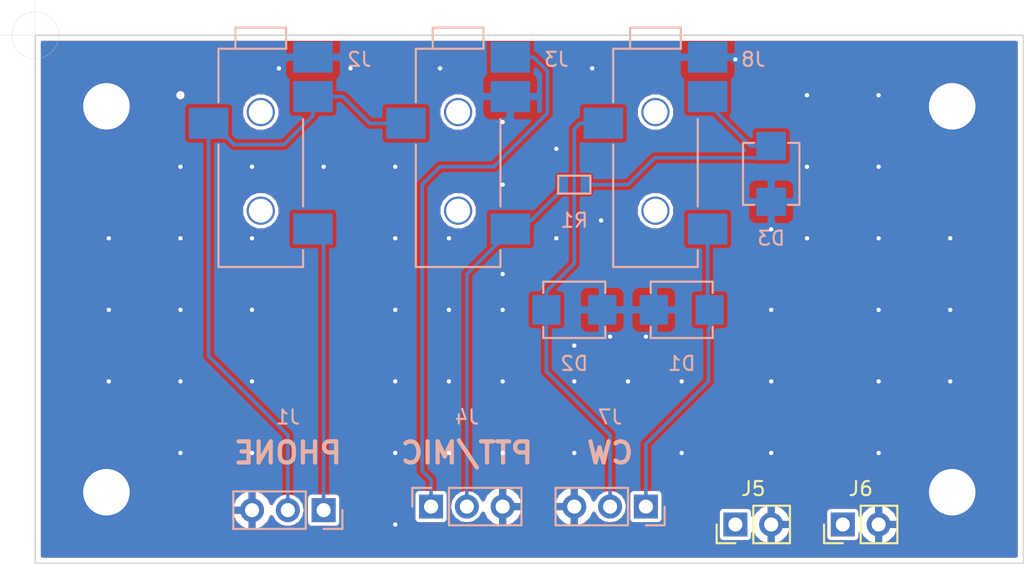
<source format=kicad_pcb>
(kicad_pcb (version 20171130) (host pcbnew "(5.0.0)")

  (general
    (thickness 1.6)
    (drawings 9)
    (tracks 189)
    (zones 0)
    (modules 16)
    (nets 11)
  )

  (page A4)
  (layers
    (0 F.Cu signal)
    (31 B.Cu signal)
    (32 B.Adhes user hide)
    (33 F.Adhes user hide)
    (34 B.Paste user hide)
    (35 F.Paste user hide)
    (36 B.SilkS user)
    (37 F.SilkS user)
    (38 B.Mask user)
    (39 F.Mask user)
    (40 Dwgs.User user hide)
    (41 Cmts.User user hide)
    (42 Eco1.User user hide)
    (43 Eco2.User user hide)
    (44 Edge.Cuts user)
    (45 Margin user hide)
    (46 B.CrtYd user hide)
    (47 F.CrtYd user hide)
    (48 B.Fab user hide)
    (49 F.Fab user hide)
  )

  (setup
    (last_trace_width 0.254)
    (user_trace_width 0.2032)
    (user_trace_width 0.254)
    (user_trace_width 1)
    (user_trace_width 1.95)
    (trace_clearance 0.254)
    (zone_clearance 0)
    (zone_45_only yes)
    (trace_min 0.1524)
    (segment_width 0.2)
    (edge_width 0.02)
    (via_size 0.889)
    (via_drill 0.5842)
    (via_min_size 0.61)
    (via_min_drill 0.305)
    (uvia_size 0.508)
    (uvia_drill 0.127)
    (uvias_allowed no)
    (uvia_min_size 0.3)
    (uvia_min_drill 0.1)
    (pcb_text_width 0.3)
    (pcb_text_size 1.5 1.5)
    (mod_edge_width 0.1524)
    (mod_text_size 1 1)
    (mod_text_width 0.1524)
    (pad_size 5.2578 2.032)
    (pad_drill 0)
    (pad_to_mask_clearance 0.1)
    (solder_mask_min_width 0.1)
    (aux_axis_origin 104 82.1)
    (visible_elements 7FFFFF7F)
    (pcbplotparams
      (layerselection 0x010f0_ffffffff)
      (usegerberextensions true)
      (usegerberattributes false)
      (usegerberadvancedattributes false)
      (creategerberjobfile false)
      (excludeedgelayer true)
      (linewidth 0.152400)
      (plotframeref false)
      (viasonmask false)
      (mode 1)
      (useauxorigin true)
      (hpglpennumber 1)
      (hpglpenspeed 20)
      (hpglpendiameter 15.000000)
      (psnegative false)
      (psa4output false)
      (plotreference true)
      (plotvalue false)
      (plotinvisibletext false)
      (padsonsilk false)
      (subtractmaskfromsilk false)
      (outputformat 1)
      (mirror false)
      (drillshape 0)
      (scaleselection 1)
      (outputdirectory "gerbers/"))
  )

  (net 0 "")
  (net 1 GND)
  (net 2 "Net-(D1-Pad1)")
  (net 3 "Net-(J1-Pad1)")
  (net 4 "Net-(J6-Pad1)")
  (net 5 "Net-(D2-Pad1)")
  (net 6 "Net-(D3-Pad1)")
  (net 7 "Net-(J1-Pad2)")
  (net 8 "Net-(J3-Pad2)")
  (net 9 "Net-(J3-Pad1)")
  (net 10 "Net-(J5-Pad1)")

  (net_class Default "This is the default net class."
    (clearance 0.254)
    (trace_width 0.254)
    (via_dia 0.889)
    (via_drill 0.5842)
    (uvia_dia 0.508)
    (uvia_drill 0.127)
    (add_net "Net-(D1-Pad1)")
    (add_net "Net-(D2-Pad1)")
    (add_net "Net-(D3-Pad1)")
    (add_net "Net-(J1-Pad1)")
    (add_net "Net-(J1-Pad2)")
    (add_net "Net-(J3-Pad1)")
    (add_net "Net-(J3-Pad2)")
    (add_net "Net-(J5-Pad1)")
    (add_net "Net-(J6-Pad1)")
  )

  (net_class "50 ohm" ""
    (clearance 1.5)
    (trace_width 1.95)
    (via_dia 0.889)
    (via_drill 0.5842)
    (uvia_dia 0.508)
    (uvia_drill 0.127)
  )

  (net_class "50 ohm CPW" ""
    (clearance 0.215)
    (trace_width 1)
    (via_dia 0.889)
    (via_drill 0.5842)
    (uvia_dia 0.508)
    (uvia_drill 0.127)
  )

  (net_class minivia ""
    (clearance 0.254)
    (trace_width 0.254)
    (via_dia 0.61)
    (via_drill 0.305)
    (uvia_dia 0.508)
    (uvia_drill 0.127)
    (add_net GND)
  )

  (net_class supply ""
    (clearance 0.254)
    (trace_width 1)
    (via_dia 0.889)
    (via_drill 0.5842)
    (uvia_dia 0.508)
    (uvia_drill 0.127)
  )

  (module SDR-3:smbj18ca (layer B.Cu) (tedit 5C4C0A7B) (tstamp 5C4D8517)
    (at 156.21 91.948 270)
    (path /5C4F32F1)
    (fp_text reference D3 (at 4.572 0) (layer B.SilkS)
      (effects (font (size 1 1) (thickness 0.15)) (justify mirror))
    )
    (fp_text value SMBJ18CA (at 0.2 4.4 270) (layer B.Fab)
      (effects (font (size 1 1) (thickness 0.15)) (justify mirror))
    )
    (fp_line (start 2.2 2) (end 2.2 1.2) (layer B.SilkS) (width 0.1524))
    (fp_line (start -2.2 2) (end 2.2 2) (layer B.SilkS) (width 0.1524))
    (fp_line (start -2.2 1.2) (end -2.2 2) (layer B.SilkS) (width 0.1524))
    (fp_line (start 2.2 -2) (end 2.2 -1.2) (layer B.SilkS) (width 0.1524))
    (fp_line (start -2.2 -2) (end 2.2 -2) (layer B.SilkS) (width 0.1524))
    (fp_line (start -2.2 -1.2) (end -2.2 -2) (layer B.SilkS) (width 0.1524))
    (pad 2 smd rect (at 1.98 0 270) (size 2 2.1) (layers B.Cu B.Paste B.Mask)
      (net 1 GND))
    (pad 1 smd rect (at -1.98 0 270) (size 2 2.1) (layers B.Cu B.Paste B.Mask)
      (net 6 "Net-(D3-Pad1)"))
  )

  (module SDR-3:PinHeader_1x02_P2.54mm_Vertical (layer F.Cu) (tedit 5C4C0DF8) (tstamp 5C4C24D0)
    (at 153.67 116.84 90)
    (descr "Through hole straight pin header, 1x02, 2.54mm pitch, single row")
    (tags "Through hole pin header THT 1x02 2.54mm single row")
    (path /5C4D169E)
    (fp_text reference J5 (at 2.54 1.27 180) (layer F.SilkS)
      (effects (font (size 1 1) (thickness 0.1524)))
    )
    (fp_text value Conn_01x02 (at 0 -7.366 180) (layer F.Fab)
      (effects (font (size 1 1) (thickness 0.15)))
    )
    (fp_text user %R (at 0 1.27 180) (layer F.Fab)
      (effects (font (size 1 1) (thickness 0.15)))
    )
    (fp_line (start 1.8 -1.8) (end -1.8 -1.8) (layer F.CrtYd) (width 0.05))
    (fp_line (start 1.8 4.35) (end 1.8 -1.8) (layer F.CrtYd) (width 0.05))
    (fp_line (start -1.8 4.35) (end 1.8 4.35) (layer F.CrtYd) (width 0.05))
    (fp_line (start -1.8 -1.8) (end -1.8 4.35) (layer F.CrtYd) (width 0.05))
    (fp_line (start -1.33 -1.33) (end 0 -1.33) (layer F.SilkS) (width 0.1524))
    (fp_line (start -1.33 0) (end -1.33 -1.33) (layer F.SilkS) (width 0.1524))
    (fp_line (start -1.33 1.27) (end 1.33 1.27) (layer F.SilkS) (width 0.1524))
    (fp_line (start 1.33 1.27) (end 1.33 3.87) (layer F.SilkS) (width 0.1524))
    (fp_line (start -1.33 1.27) (end -1.33 3.87) (layer F.SilkS) (width 0.1524))
    (fp_line (start -1.33 3.87) (end 1.33 3.87) (layer F.SilkS) (width 0.1524))
    (fp_line (start -1.27 -0.635) (end -0.635 -1.27) (layer F.Fab) (width 0.1))
    (fp_line (start -1.27 3.81) (end -1.27 -0.635) (layer F.Fab) (width 0.1))
    (fp_line (start 1.27 3.81) (end -1.27 3.81) (layer F.Fab) (width 0.1))
    (fp_line (start 1.27 -1.27) (end 1.27 3.81) (layer F.Fab) (width 0.1))
    (fp_line (start -0.635 -1.27) (end 1.27 -1.27) (layer F.Fab) (width 0.1))
    (pad 2 thru_hole oval (at 0 2.54 90) (size 1.7 1.7) (drill 1) (layers *.Cu *.Mask)
      (net 1 GND))
    (pad 1 thru_hole rect (at 0 0 90) (size 1.7 1.7) (drill 1) (layers *.Cu *.Mask)
      (net 10 "Net-(J5-Pad1)"))
    (model ${KISYS3DMOD}/Connector_PinHeader_2.54mm.3dshapes/PinHeader_1x02_P2.54mm_Vertical.wrl
      (at (xyz 0 0 0))
      (scale (xyz 1 1 1))
      (rotate (xyz 0 0 0))
    )
  )

  (module SDR-3:m3 (layer F.Cu) (tedit 593CA2FE) (tstamp 5C4C457B)
    (at 109.05 87.15)
    (path /5C4CEBCC)
    (fp_text reference MH1 (at -4.1 -2) (layer F.SilkS) hide
      (effects (font (size 0.8 0.8) (thickness 0.1)))
    )
    (fp_text value TestPoint (at -4.5 1.6) (layer F.SilkS) hide
      (effects (font (size 0.8 0.8) (thickness 0.1)))
    )
    (pad 1 thru_hole circle (at 0 0) (size 5.3 5.3) (drill 3.3) (layers *.Cu *.Mask)
      (net 1 GND) (zone_connect 2))
  )

  (module SDR-3:m3 (layer F.Cu) (tedit 593CA2FE) (tstamp 5C4C4580)
    (at 169.05 87.15)
    (path /5C4CF024)
    (fp_text reference MH2 (at -4.1 -2) (layer F.SilkS) hide
      (effects (font (size 0.8 0.8) (thickness 0.1)))
    )
    (fp_text value TestPoint (at -4.5 1.6) (layer F.SilkS) hide
      (effects (font (size 0.8 0.8) (thickness 0.1)))
    )
    (pad 1 thru_hole circle (at 0 0) (size 5.3 5.3) (drill 3.3) (layers *.Cu *.Mask)
      (net 1 GND) (zone_connect 2))
  )

  (module SDR-3:m3 (layer F.Cu) (tedit 593CA2FE) (tstamp 5C4C4585)
    (at 169.05 114.55)
    (path /5C4CF08E)
    (fp_text reference MH3 (at -4.1 -2) (layer F.SilkS) hide
      (effects (font (size 0.8 0.8) (thickness 0.1)))
    )
    (fp_text value TestPoint (at -4.5 1.6) (layer F.SilkS) hide
      (effects (font (size 0.8 0.8) (thickness 0.1)))
    )
    (pad 1 thru_hole circle (at 0 0) (size 5.3 5.3) (drill 3.3) (layers *.Cu *.Mask)
      (net 1 GND) (zone_connect 2))
  )

  (module SDR-3:m3 (layer F.Cu) (tedit 593CA2FE) (tstamp 5C4C458A)
    (at 109.05 114.55)
    (path /5C4CF0FC)
    (fp_text reference MH4 (at -4.1 -2) (layer F.SilkS) hide
      (effects (font (size 0.8 0.8) (thickness 0.1)))
    )
    (fp_text value TestPoint (at -4.5 1.6) (layer F.SilkS) hide
      (effects (font (size 0.8 0.8) (thickness 0.1)))
    )
    (pad 1 thru_hole circle (at 0 0) (size 5.3 5.3) (drill 3.3) (layers *.Cu *.Mask)
      (net 1 GND) (zone_connect 2))
  )

  (module SDR-3:PinHeader_1x02_P2.54mm_Vertical (layer F.Cu) (tedit 5C4C0DF8) (tstamp 5C4D9FA5)
    (at 161.29 116.84 90)
    (descr "Through hole straight pin header, 1x02, 2.54mm pitch, single row")
    (tags "Through hole pin header THT 1x02 2.54mm single row")
    (path /5C5D2962)
    (fp_text reference J6 (at 2.54 1.27 180) (layer F.SilkS)
      (effects (font (size 1 1) (thickness 0.1524)))
    )
    (fp_text value Conn_01x02 (at -1.27 -14.224 180) (layer F.Fab)
      (effects (font (size 1 1) (thickness 0.15)))
    )
    (fp_line (start -0.635 -1.27) (end 1.27 -1.27) (layer F.Fab) (width 0.1))
    (fp_line (start 1.27 -1.27) (end 1.27 3.81) (layer F.Fab) (width 0.1))
    (fp_line (start 1.27 3.81) (end -1.27 3.81) (layer F.Fab) (width 0.1))
    (fp_line (start -1.27 3.81) (end -1.27 -0.635) (layer F.Fab) (width 0.1))
    (fp_line (start -1.27 -0.635) (end -0.635 -1.27) (layer F.Fab) (width 0.1))
    (fp_line (start -1.33 3.87) (end 1.33 3.87) (layer F.SilkS) (width 0.1524))
    (fp_line (start -1.33 1.27) (end -1.33 3.87) (layer F.SilkS) (width 0.1524))
    (fp_line (start 1.33 1.27) (end 1.33 3.87) (layer F.SilkS) (width 0.1524))
    (fp_line (start -1.33 1.27) (end 1.33 1.27) (layer F.SilkS) (width 0.1524))
    (fp_line (start -1.33 0) (end -1.33 -1.33) (layer F.SilkS) (width 0.1524))
    (fp_line (start -1.33 -1.33) (end 0 -1.33) (layer F.SilkS) (width 0.1524))
    (fp_line (start -1.8 -1.8) (end -1.8 4.35) (layer F.CrtYd) (width 0.05))
    (fp_line (start -1.8 4.35) (end 1.8 4.35) (layer F.CrtYd) (width 0.05))
    (fp_line (start 1.8 4.35) (end 1.8 -1.8) (layer F.CrtYd) (width 0.05))
    (fp_line (start 1.8 -1.8) (end -1.8 -1.8) (layer F.CrtYd) (width 0.05))
    (fp_text user %R (at 0 1.27 180) (layer F.Fab)
      (effects (font (size 1 1) (thickness 0.15)))
    )
    (pad 1 thru_hole rect (at 0 0 90) (size 1.7 1.7) (drill 1) (layers *.Cu *.Mask)
      (net 4 "Net-(J6-Pad1)"))
    (pad 2 thru_hole oval (at 0 2.54 90) (size 1.7 1.7) (drill 1) (layers *.Cu *.Mask)
      (net 1 GND))
    (model ${KISYS3DMOD}/Connector_PinHeader_2.54mm.3dshapes/PinHeader_1x02_P2.54mm_Vertical.wrl
      (at (xyz 0 0 0))
      (scale (xyz 1 1 1))
      (rotate (xyz 0 0 0))
    )
  )

  (module SDR-3:smbj18ca (layer B.Cu) (tedit 5C4C0A7B) (tstamp 5C4D84FF)
    (at 149.86 101.6 180)
    (path /5C58412A)
    (fp_text reference D1 (at 0 -3.81 180) (layer B.SilkS)
      (effects (font (size 1 1) (thickness 0.15)) (justify mirror))
    )
    (fp_text value SMBJ18CA (at 0.2 4.4 180) (layer B.Fab)
      (effects (font (size 1 1) (thickness 0.15)) (justify mirror))
    )
    (fp_line (start 2.2 2) (end 2.2 1.2) (layer B.SilkS) (width 0.1524))
    (fp_line (start -2.2 2) (end 2.2 2) (layer B.SilkS) (width 0.1524))
    (fp_line (start -2.2 1.2) (end -2.2 2) (layer B.SilkS) (width 0.1524))
    (fp_line (start 2.2 -2) (end 2.2 -1.2) (layer B.SilkS) (width 0.1524))
    (fp_line (start -2.2 -2) (end 2.2 -2) (layer B.SilkS) (width 0.1524))
    (fp_line (start -2.2 -1.2) (end -2.2 -2) (layer B.SilkS) (width 0.1524))
    (pad 2 smd rect (at 1.98 0 180) (size 2 2.1) (layers B.Cu B.Paste B.Mask)
      (net 1 GND))
    (pad 1 smd rect (at -1.98 0 180) (size 2 2.1) (layers B.Cu B.Paste B.Mask)
      (net 2 "Net-(D1-Pad1)"))
  )

  (module SDR-3:smbj18ca (layer B.Cu) (tedit 5C4C0A7B) (tstamp 5C4D9063)
    (at 142.24 101.6)
    (path /5C4F2F85)
    (fp_text reference D2 (at 0 3.81) (layer B.SilkS)
      (effects (font (size 1 1) (thickness 0.15)) (justify mirror))
    )
    (fp_text value SMBJ18CA (at 0.2 4.4) (layer B.Fab)
      (effects (font (size 1 1) (thickness 0.15)) (justify mirror))
    )
    (fp_line (start -2.2 -1.2) (end -2.2 -2) (layer B.SilkS) (width 0.1524))
    (fp_line (start -2.2 -2) (end 2.2 -2) (layer B.SilkS) (width 0.1524))
    (fp_line (start 2.2 -2) (end 2.2 -1.2) (layer B.SilkS) (width 0.1524))
    (fp_line (start -2.2 1.2) (end -2.2 2) (layer B.SilkS) (width 0.1524))
    (fp_line (start -2.2 2) (end 2.2 2) (layer B.SilkS) (width 0.1524))
    (fp_line (start 2.2 2) (end 2.2 1.2) (layer B.SilkS) (width 0.1524))
    (pad 1 smd rect (at -1.98 0) (size 2 2.1) (layers B.Cu B.Paste B.Mask)
      (net 5 "Net-(D2-Pad1)"))
    (pad 2 smd rect (at 1.98 0) (size 2 2.1) (layers B.Cu B.Paste B.Mask)
      (net 1 GND))
  )

  (module SDR-3:PinHeader_1x03_P2.54mm_Vertical (layer B.Cu) (tedit 5C31BE60) (tstamp 5C4D852E)
    (at 124.46 115.824 90)
    (descr "Through hole straight pin header, 1x03, 2.54mm pitch, single row")
    (tags "Through hole pin header THT 1x03 2.54mm single row")
    (path /5C4F698A)
    (fp_text reference J1 (at 6.604 -2.54 180) (layer B.SilkS)
      (effects (font (size 1 1) (thickness 0.1524)) (justify mirror))
    )
    (fp_text value Conn_01x03 (at 0 -7.41 90) (layer B.Fab)
      (effects (font (size 1 1) (thickness 0.15)) (justify mirror))
    )
    (fp_text user %R (at 0 -2.54) (layer B.Fab)
      (effects (font (size 1 1) (thickness 0.15)) (justify mirror))
    )
    (fp_line (start 1.8 1.8) (end -1.8 1.8) (layer B.CrtYd) (width 0.05))
    (fp_line (start 1.8 -6.85) (end 1.8 1.8) (layer B.CrtYd) (width 0.05))
    (fp_line (start -1.8 -6.85) (end 1.8 -6.85) (layer B.CrtYd) (width 0.05))
    (fp_line (start -1.8 1.8) (end -1.8 -6.85) (layer B.CrtYd) (width 0.05))
    (fp_line (start -1.33 1.33) (end 0 1.33) (layer B.SilkS) (width 0.1524))
    (fp_line (start -1.33 0) (end -1.33 1.33) (layer B.SilkS) (width 0.1524))
    (fp_line (start -1.33 -1.27) (end 1.33 -1.27) (layer B.SilkS) (width 0.1524))
    (fp_line (start 1.33 -1.27) (end 1.33 -6.41) (layer B.SilkS) (width 0.1524))
    (fp_line (start -1.33 -1.27) (end -1.33 -6.41) (layer B.SilkS) (width 0.1524))
    (fp_line (start -1.33 -6.41) (end 1.33 -6.41) (layer B.SilkS) (width 0.1524))
    (fp_line (start -1.27 0.635) (end -0.635 1.27) (layer B.Fab) (width 0.1))
    (fp_line (start -1.27 -6.35) (end -1.27 0.635) (layer B.Fab) (width 0.1))
    (fp_line (start 1.27 -6.35) (end -1.27 -6.35) (layer B.Fab) (width 0.1))
    (fp_line (start 1.27 1.27) (end 1.27 -6.35) (layer B.Fab) (width 0.1))
    (fp_line (start -0.635 1.27) (end 1.27 1.27) (layer B.Fab) (width 0.1))
    (pad 3 thru_hole oval (at 0 -5.08 90) (size 1.7 1.7) (drill 1) (layers *.Cu *.Mask)
      (net 1 GND))
    (pad 2 thru_hole oval (at 0 -2.54 90) (size 1.7 1.7) (drill 1) (layers *.Cu *.Mask)
      (net 7 "Net-(J1-Pad2)"))
    (pad 1 thru_hole rect (at 0 0 90) (size 1.7 1.7) (drill 1) (layers *.Cu *.Mask)
      (net 3 "Net-(J1-Pad1)"))
    (model ${KISYS3DMOD}/Connector_PinHeader_2.54mm.3dshapes/PinHeader_1x03_P2.54mm_Vertical.wrl
      (at (xyz 0 0 0))
      (scale (xyz 1 1 1))
      (rotate (xyz 0 0 0))
    )
  )

  (module SDR-3:SJ-43514-SMT (layer B.Cu) (tedit 5956AD94) (tstamp 5C4D8541)
    (at 120 91.059 270)
    (path /5C4F1CA2)
    (fp_text reference J2 (at -7.239 -7) (layer B.SilkS)
      (effects (font (size 1 1) (thickness 0.1524)) (justify mirror))
    )
    (fp_text value SJ-43514-SMT (at 4.9 4.1 270) (layer B.Fab) hide
      (effects (font (size 1 1) (thickness 0.1524)) (justify mirror))
    )
    (fp_line (start -8 3) (end -8 -1.8) (layer B.SilkS) (width 0.1524))
    (fp_line (start -1.2 3) (end 7.5 3) (layer B.SilkS) (width 0.1524))
    (fp_line (start 7.5 3) (end 7.5 -3) (layer B.SilkS) (width 0.1524))
    (fp_line (start -3 -3) (end 3.2 -3) (layer B.SilkS) (width 0.1524))
    (fp_line (start 7.5 -3) (end 6.3 -3) (layer B.SilkS) (width 0.1524))
    (fp_line (start -8 3) (end -4.2 3) (layer B.SilkS) (width 0.1524))
    (fp_line (start -9.5 1.8) (end -8 1.8) (layer B.SilkS) (width 0.1524))
    (fp_line (start -9.5 -1.8) (end -9.5 1.8) (layer B.SilkS) (width 0.1524))
    (fp_line (start -8 -1.8) (end -9.5 -1.8) (layer B.SilkS) (width 0.1524))
    (pad "" np_thru_hole circle (at 3.5 0 270) (size 2 2) (drill 1.7) (layers *.Cu *.Mask))
    (pad 1 smd rect (at -7.4 -3.7 270) (size 2.2 2.8) (layers B.Cu B.Paste B.Mask)
      (net 1 GND))
    (pad "" np_thru_hole circle (at -3.5 0 270) (size 2 2) (drill 1.7) (layers *.Cu *.Mask))
    (pad 4 smd rect (at -4.6 -3.7 270) (size 2.2 2.8) (layers B.Cu B.Paste B.Mask)
      (net 7 "Net-(J1-Pad2)"))
    (pad 3 smd rect (at -2.7 3.7 270) (size 2.2 2.8) (layers B.Cu B.Paste B.Mask)
      (net 7 "Net-(J1-Pad2)"))
    (pad 2 smd rect (at 4.8 -3.7 270) (size 2.2 2.8) (layers B.Cu B.Paste B.Mask)
      (net 3 "Net-(J1-Pad1)"))
  )

  (module SDR-3:SJ-43514-SMT (layer B.Cu) (tedit 5956AD94) (tstamp 5C4D8554)
    (at 134 91.059 270)
    (path /5C4F1C46)
    (fp_text reference J3 (at -7.239 -6.97) (layer B.SilkS)
      (effects (font (size 1 1) (thickness 0.1524)) (justify mirror))
    )
    (fp_text value SJ-43514-SMT (at 4.9 4.1 270) (layer B.Fab) hide
      (effects (font (size 1 1) (thickness 0.1524)) (justify mirror))
    )
    (fp_line (start -8 -1.8) (end -9.5 -1.8) (layer B.SilkS) (width 0.1524))
    (fp_line (start -9.5 -1.8) (end -9.5 1.8) (layer B.SilkS) (width 0.1524))
    (fp_line (start -9.5 1.8) (end -8 1.8) (layer B.SilkS) (width 0.1524))
    (fp_line (start -8 3) (end -4.2 3) (layer B.SilkS) (width 0.1524))
    (fp_line (start 7.5 -3) (end 6.3 -3) (layer B.SilkS) (width 0.1524))
    (fp_line (start -3 -3) (end 3.2 -3) (layer B.SilkS) (width 0.1524))
    (fp_line (start 7.5 3) (end 7.5 -3) (layer B.SilkS) (width 0.1524))
    (fp_line (start -1.2 3) (end 7.5 3) (layer B.SilkS) (width 0.1524))
    (fp_line (start -8 3) (end -8 -1.8) (layer B.SilkS) (width 0.1524))
    (pad 2 smd rect (at 4.8 -3.7 270) (size 2.2 2.8) (layers B.Cu B.Paste B.Mask)
      (net 8 "Net-(J3-Pad2)"))
    (pad 3 smd rect (at -2.7 3.7 270) (size 2.2 2.8) (layers B.Cu B.Paste B.Mask)
      (net 7 "Net-(J1-Pad2)"))
    (pad 4 smd rect (at -4.6 -3.7 270) (size 2.2 2.8) (layers B.Cu B.Paste B.Mask)
      (net 1 GND))
    (pad "" np_thru_hole circle (at -3.5 0 270) (size 2 2) (drill 1.7) (layers *.Cu *.Mask))
    (pad 1 smd rect (at -7.4 -3.7 270) (size 2.2 2.8) (layers B.Cu B.Paste B.Mask)
      (net 9 "Net-(J3-Pad1)"))
    (pad "" np_thru_hole circle (at 3.5 0 270) (size 2 2) (drill 1.7) (layers *.Cu *.Mask))
  )

  (module SDR-3:PinHeader_1x03_P2.54mm_Vertical (layer B.Cu) (tedit 5C31BE60) (tstamp 5C4D856B)
    (at 132.08 115.57 270)
    (descr "Through hole straight pin header, 1x03, 2.54mm pitch, single row")
    (tags "Through hole pin header THT 1x03 2.54mm single row")
    (path /5C4F6A5E)
    (fp_text reference J4 (at -6.35 -2.54) (layer B.SilkS)
      (effects (font (size 1 1) (thickness 0.1524)) (justify mirror))
    )
    (fp_text value Conn_01x03 (at 0 -7.41 270) (layer B.Fab)
      (effects (font (size 1 1) (thickness 0.15)) (justify mirror))
    )
    (fp_line (start -0.635 1.27) (end 1.27 1.27) (layer B.Fab) (width 0.1))
    (fp_line (start 1.27 1.27) (end 1.27 -6.35) (layer B.Fab) (width 0.1))
    (fp_line (start 1.27 -6.35) (end -1.27 -6.35) (layer B.Fab) (width 0.1))
    (fp_line (start -1.27 -6.35) (end -1.27 0.635) (layer B.Fab) (width 0.1))
    (fp_line (start -1.27 0.635) (end -0.635 1.27) (layer B.Fab) (width 0.1))
    (fp_line (start -1.33 -6.41) (end 1.33 -6.41) (layer B.SilkS) (width 0.1524))
    (fp_line (start -1.33 -1.27) (end -1.33 -6.41) (layer B.SilkS) (width 0.1524))
    (fp_line (start 1.33 -1.27) (end 1.33 -6.41) (layer B.SilkS) (width 0.1524))
    (fp_line (start -1.33 -1.27) (end 1.33 -1.27) (layer B.SilkS) (width 0.1524))
    (fp_line (start -1.33 0) (end -1.33 1.33) (layer B.SilkS) (width 0.1524))
    (fp_line (start -1.33 1.33) (end 0 1.33) (layer B.SilkS) (width 0.1524))
    (fp_line (start -1.8 1.8) (end -1.8 -6.85) (layer B.CrtYd) (width 0.05))
    (fp_line (start -1.8 -6.85) (end 1.8 -6.85) (layer B.CrtYd) (width 0.05))
    (fp_line (start 1.8 -6.85) (end 1.8 1.8) (layer B.CrtYd) (width 0.05))
    (fp_line (start 1.8 1.8) (end -1.8 1.8) (layer B.CrtYd) (width 0.05))
    (fp_text user %R (at 0 -2.54 180) (layer B.Fab)
      (effects (font (size 1 1) (thickness 0.15)) (justify mirror))
    )
    (pad 1 thru_hole rect (at 0 0 270) (size 1.7 1.7) (drill 1) (layers *.Cu *.Mask)
      (net 9 "Net-(J3-Pad1)"))
    (pad 2 thru_hole oval (at 0 -2.54 270) (size 1.7 1.7) (drill 1) (layers *.Cu *.Mask)
      (net 8 "Net-(J3-Pad2)"))
    (pad 3 thru_hole oval (at 0 -5.08 270) (size 1.7 1.7) (drill 1) (layers *.Cu *.Mask)
      (net 1 GND))
    (model ${KISYS3DMOD}/Connector_PinHeader_2.54mm.3dshapes/PinHeader_1x03_P2.54mm_Vertical.wrl
      (at (xyz 0 0 0))
      (scale (xyz 1 1 1))
      (rotate (xyz 0 0 0))
    )
  )

  (module SDR-3:PinHeader_1x03_P2.54mm_Vertical (layer B.Cu) (tedit 5C31BE60) (tstamp 5C4D8582)
    (at 147.32 115.57 90)
    (descr "Through hole straight pin header, 1x03, 2.54mm pitch, single row")
    (tags "Through hole pin header THT 1x03 2.54mm single row")
    (path /5C4F4F61)
    (fp_text reference J7 (at 6.35 -2.54 180) (layer B.SilkS)
      (effects (font (size 1 1) (thickness 0.1524)) (justify mirror))
    )
    (fp_text value Conn_01x03 (at 0 -7.41 90) (layer B.Fab)
      (effects (font (size 1 1) (thickness 0.15)) (justify mirror))
    )
    (fp_line (start -0.635 1.27) (end 1.27 1.27) (layer B.Fab) (width 0.1))
    (fp_line (start 1.27 1.27) (end 1.27 -6.35) (layer B.Fab) (width 0.1))
    (fp_line (start 1.27 -6.35) (end -1.27 -6.35) (layer B.Fab) (width 0.1))
    (fp_line (start -1.27 -6.35) (end -1.27 0.635) (layer B.Fab) (width 0.1))
    (fp_line (start -1.27 0.635) (end -0.635 1.27) (layer B.Fab) (width 0.1))
    (fp_line (start -1.33 -6.41) (end 1.33 -6.41) (layer B.SilkS) (width 0.1524))
    (fp_line (start -1.33 -1.27) (end -1.33 -6.41) (layer B.SilkS) (width 0.1524))
    (fp_line (start 1.33 -1.27) (end 1.33 -6.41) (layer B.SilkS) (width 0.1524))
    (fp_line (start -1.33 -1.27) (end 1.33 -1.27) (layer B.SilkS) (width 0.1524))
    (fp_line (start -1.33 0) (end -1.33 1.33) (layer B.SilkS) (width 0.1524))
    (fp_line (start -1.33 1.33) (end 0 1.33) (layer B.SilkS) (width 0.1524))
    (fp_line (start -1.8 1.8) (end -1.8 -6.85) (layer B.CrtYd) (width 0.05))
    (fp_line (start -1.8 -6.85) (end 1.8 -6.85) (layer B.CrtYd) (width 0.05))
    (fp_line (start 1.8 -6.85) (end 1.8 1.8) (layer B.CrtYd) (width 0.05))
    (fp_line (start 1.8 1.8) (end -1.8 1.8) (layer B.CrtYd) (width 0.05))
    (fp_text user %R (at 0 -2.54) (layer B.Fab)
      (effects (font (size 1 1) (thickness 0.15)) (justify mirror))
    )
    (pad 1 thru_hole rect (at 0 0 90) (size 1.7 1.7) (drill 1) (layers *.Cu *.Mask)
      (net 2 "Net-(D1-Pad1)"))
    (pad 2 thru_hole oval (at 0 -2.54 90) (size 1.7 1.7) (drill 1) (layers *.Cu *.Mask)
      (net 5 "Net-(D2-Pad1)"))
    (pad 3 thru_hole oval (at 0 -5.08 90) (size 1.7 1.7) (drill 1) (layers *.Cu *.Mask)
      (net 1 GND))
    (model ${KISYS3DMOD}/Connector_PinHeader_2.54mm.3dshapes/PinHeader_1x03_P2.54mm_Vertical.wrl
      (at (xyz 0 0 0))
      (scale (xyz 1 1 1))
      (rotate (xyz 0 0 0))
    )
  )

  (module SDR-3:SJ-43514-SMT (layer B.Cu) (tedit 5C4D9295) (tstamp 5C4D8595)
    (at 148 91.059 270)
    (path /5C4F17AB)
    (fp_text reference J8 (at -7.239 -6.94) (layer B.SilkS)
      (effects (font (size 1 1) (thickness 0.1524)) (justify mirror))
    )
    (fp_text value SJ-43514-SMT (at 4.9 4.1 270) (layer B.Fab) hide
      (effects (font (size 1 1) (thickness 0.1524)) (justify mirror))
    )
    (fp_line (start -8 3) (end -8 -1.8) (layer B.SilkS) (width 0.1524))
    (fp_line (start -1.2 3) (end 7.5 3) (layer B.SilkS) (width 0.1524))
    (fp_line (start 7.5 3) (end 7.5 -3) (layer B.SilkS) (width 0.1524))
    (fp_line (start -3 -3) (end 3.2 -3) (layer B.SilkS) (width 0.1524))
    (fp_line (start 7.5 -3) (end 6.3 -3) (layer B.SilkS) (width 0.1524))
    (fp_line (start -8 3) (end -4.2 3) (layer B.SilkS) (width 0.1524))
    (fp_line (start -9.5 1.8) (end -8 1.8) (layer B.SilkS) (width 0.1524))
    (fp_line (start -9.5 -1.8) (end -9.5 1.8) (layer B.SilkS) (width 0.1524))
    (fp_line (start -8 -1.8) (end -9.5 -1.8) (layer B.SilkS) (width 0.1524))
    (pad "" np_thru_hole circle (at 3.5 0 270) (size 2 2) (drill 1.7) (layers *.Cu *.Mask))
    (pad 1 smd rect (at -7.4 -3.7 270) (size 2.2 2.8) (layers B.Cu B.Paste B.Mask)
      (net 1 GND))
    (pad "" np_thru_hole circle (at -3.5 0 270) (size 2 2) (drill 1.7) (layers *.Cu *.Mask))
    (pad 4 smd rect (at -4.6 -3.7 270) (size 2.2 2.8) (layers B.Cu B.Paste B.Mask)
      (net 6 "Net-(D3-Pad1)"))
    (pad 3 smd rect (at -2.7 3.7 270) (size 2.2 2.8) (layers B.Cu B.Paste B.Mask)
      (net 5 "Net-(D2-Pad1)"))
    (pad 2 smd rect (at 4.8 -3.7 270) (size 2.2 2.8) (layers B.Cu B.Paste B.Mask)
      (net 2 "Net-(D1-Pad1)"))
  )

  (module SDR-3:SM0603 (layer B.Cu) (tedit 5C4C12B2) (tstamp 5C4D859F)
    (at 142.24 92.71 180)
    (path /5C5018D8)
    (attr smd)
    (fp_text reference R1 (at 0 -2.54 180) (layer B.SilkS)
      (effects (font (size 1 1) (thickness 0.1524)) (justify mirror))
    )
    (fp_text value DNI (at -0.6 1.4 180) (layer B.SilkS) hide
      (effects (font (size 1 1) (thickness 0.15)) (justify mirror))
    )
    (fp_line (start -1.143 0.635) (end 1.143 0.635) (layer B.SilkS) (width 0.1524))
    (fp_line (start 1.143 0.635) (end 1.143 -0.635) (layer B.SilkS) (width 0.1524))
    (fp_line (start 1.143 -0.635) (end -1.143 -0.635) (layer B.SilkS) (width 0.1524))
    (fp_line (start -1.143 -0.635) (end -1.143 0.635) (layer B.SilkS) (width 0.1524))
    (pad 1 smd rect (at -0.762 0 180) (size 0.635 1.143) (layers B.Cu B.Paste B.Mask)
      (net 6 "Net-(D3-Pad1)"))
    (pad 2 smd rect (at 0.762 0 180) (size 0.635 1.143) (layers B.Cu B.Paste B.Mask)
      (net 8 "Net-(J3-Pad2)"))
    (model smd/chip_cms.wrl
      (at (xyz 0 0 0))
      (scale (xyz 0.08 0.08 0.08))
      (rotate (xyz 0 0 0))
    )
  )

  (gr_text PTT/MIC (at 134.62 111.76) (layer B.SilkS)
    (effects (font (size 1.5 1.5) (thickness 0.3)) (justify mirror))
  )
  (gr_text PHONE (at 121.92 111.76) (layer B.SilkS)
    (effects (font (size 1.5 1.5) (thickness 0.3)) (justify mirror))
  )
  (gr_text CW (at 144.78 111.76) (layer B.SilkS)
    (effects (font (size 1.5 1.5) (thickness 0.3)) (justify mirror))
  )
  (target plus (at 104 82.1) (size 5) (width 0.02) (layer Edge.Cuts))
  (gr_text "for Schubert box 70.1 mm x 37.5 mm" (at 127.3 80.5) (layer Cmts.User)
    (effects (font (size 2 2) (thickness 0.3)))
  )
  (gr_line (start 104 119.6) (end 174.1 119.6) (angle 90) (layer Edge.Cuts) (width 0.1))
  (gr_line (start 174.1 119.6) (end 174.1 82.1) (angle 90) (layer Edge.Cuts) (width 0.1))
  (gr_line (start 104 82.1) (end 174.1 82.1) (angle 90) (layer Edge.Cuts) (width 0.1))
  (gr_line (start 104 119.6) (end 104 82.1) (angle 90) (layer Edge.Cuts) (width 0.1))

  (via (at 126.365 84.455) (size 0.61) (drill 0.305) (layers F.Cu B.Cu) (net 1))
  (segment (start 123.7 83.659) (end 125.569 83.659) (width 0.254) (layer B.Cu) (net 1))
  (segment (start 125.569 83.659) (end 126.365 84.455) (width 0.254) (layer B.Cu) (net 1))
  (via (at 132.715 84.455) (size 0.61) (drill 0.305) (layers F.Cu B.Cu) (net 1))
  (segment (start 126.365 84.455) (end 132.715 84.455) (width 0.254) (layer F.Cu) (net 1))
  (via (at 137.16 88.265) (size 0.61) (drill 0.305) (layers F.Cu B.Cu) (net 1))
  (segment (start 137.7 86.459) (end 137.7 87.725) (width 0.254) (layer B.Cu) (net 1))
  (segment (start 137.7 87.725) (end 137.16 88.265) (width 0.254) (layer B.Cu) (net 1))
  (via (at 137.16 92.71) (size 0.61) (drill 0.305) (layers F.Cu B.Cu) (net 1))
  (segment (start 137.16 88.265) (end 137.16 92.71) (width 0.254) (layer F.Cu) (net 1))
  (via (at 153.67 83.82) (size 0.61) (drill 0.305) (layers F.Cu B.Cu) (net 1))
  (segment (start 151.7 83.659) (end 153.509 83.659) (width 0.254) (layer B.Cu) (net 1))
  (segment (start 153.509 83.659) (end 153.67 83.82) (width 0.254) (layer B.Cu) (net 1))
  (via (at 143.51 84.455) (size 0.61) (drill 0.305) (layers F.Cu B.Cu) (net 1))
  (segment (start 151.7 83.659) (end 144.306 83.659) (width 0.254) (layer B.Cu) (net 1))
  (segment (start 144.306 83.659) (end 143.51 84.455) (width 0.254) (layer B.Cu) (net 1))
  (via (at 156.21 95.885) (size 0.61) (drill 0.305) (layers F.Cu B.Cu) (net 1))
  (segment (start 156.21 93.928) (end 156.21 95.885) (width 0.254) (layer B.Cu) (net 1))
  (via (at 147.32 103.505) (size 0.61) (drill 0.305) (layers F.Cu B.Cu) (net 1))
  (segment (start 147.88 101.6) (end 147.88 102.945) (width 0.254) (layer B.Cu) (net 1))
  (segment (start 147.88 102.945) (end 147.32 103.505) (width 0.254) (layer B.Cu) (net 1))
  (via (at 144.78 103.505) (size 0.61) (drill 0.305) (layers F.Cu B.Cu) (net 1))
  (segment (start 144.22 101.6) (end 144.22 102.945) (width 0.254) (layer B.Cu) (net 1))
  (segment (start 144.22 102.945) (end 144.78 103.505) (width 0.254) (layer B.Cu) (net 1))
  (via (at 144.145 95.25) (size 0.61) (drill 0.305) (layers F.Cu B.Cu) (net 1))
  (segment (start 144.22 101.6) (end 144.22 95.325) (width 0.254) (layer B.Cu) (net 1))
  (segment (start 144.22 95.325) (end 144.145 95.25) (width 0.254) (layer B.Cu) (net 1))
  (via (at 156.21 101.6) (size 0.61) (drill 0.305) (layers F.Cu B.Cu) (net 1))
  (segment (start 156.21 95.885) (end 156.21 101.6) (width 0.254) (layer B.Cu) (net 1))
  (via (at 121.285 84.455) (size 0.61) (drill 0.305) (layers F.Cu B.Cu) (net 1))
  (segment (start 121.285 84.42) (end 121.285 84.455) (width 0.254) (layer B.Cu) (net 1))
  (segment (start 123.7 83.659) (end 122.046 83.659) (width 0.254) (layer B.Cu) (net 1))
  (segment (start 122.046 83.659) (end 121.285 84.42) (width 0.254) (layer B.Cu) (net 1))
  (via (at 114.3 86.36) (size 0.889) (drill 0.5842) (layers F.Cu B.Cu) (net 1))
  (segment (start 121.285 84.455) (end 116.205 84.455) (width 0.254) (layer B.Cu) (net 1))
  (segment (start 116.205 84.455) (end 114.3 86.36) (width 0.254) (layer B.Cu) (net 1))
  (via (at 119.38 111.76) (size 0.61) (drill 0.305) (layers F.Cu B.Cu) (net 1))
  (segment (start 119.38 115.824) (end 119.38 111.76) (width 0.254) (layer F.Cu) (net 1))
  (via (at 114.3 111.76) (size 0.61) (drill 0.305) (layers F.Cu B.Cu) (net 1))
  (segment (start 119.38 111.76) (end 114.3 111.76) (width 0.254) (layer B.Cu) (net 1))
  (via (at 114.3 106.68) (size 0.61) (drill 0.305) (layers F.Cu B.Cu) (net 1))
  (segment (start 114.3 111.76) (end 114.3 106.68) (width 0.254) (layer F.Cu) (net 1))
  (via (at 114.3 101.6) (size 0.61) (drill 0.305) (layers F.Cu B.Cu) (net 1))
  (segment (start 114.3 106.68) (end 114.3 101.6) (width 0.254) (layer B.Cu) (net 1))
  (via (at 114.3 96.52) (size 0.61) (drill 0.305) (layers F.Cu B.Cu) (net 1))
  (segment (start 114.3 101.6) (end 114.3 96.52) (width 0.254) (layer F.Cu) (net 1))
  (via (at 114.3 91.44) (size 0.61) (drill 0.305) (layers F.Cu B.Cu) (net 1))
  (segment (start 114.3 96.52) (end 114.3 91.44) (width 0.254) (layer B.Cu) (net 1))
  (via (at 109.22 96.52) (size 0.61) (drill 0.305) (layers F.Cu B.Cu) (net 1))
  (segment (start 114.3 96.52) (end 109.22 96.52) (width 0.254) (layer F.Cu) (net 1))
  (via (at 109.22 101.6) (size 0.61) (drill 0.305) (layers F.Cu B.Cu) (net 1))
  (segment (start 109.22 96.52) (end 109.22 101.6) (width 0.254) (layer B.Cu) (net 1))
  (via (at 109.22 106.68) (size 0.61) (drill 0.305) (layers F.Cu B.Cu) (net 1))
  (segment (start 109.22 101.6) (end 109.22 106.68) (width 0.254) (layer F.Cu) (net 1))
  (via (at 119.38 106.68) (size 0.61) (drill 0.305) (layers F.Cu B.Cu) (net 1))
  (segment (start 119.38 111.76) (end 119.38 106.68) (width 0.254) (layer F.Cu) (net 1))
  (via (at 119.38 101.6) (size 0.61) (drill 0.305) (layers F.Cu B.Cu) (net 1))
  (segment (start 119.38 106.68) (end 119.38 101.6) (width 0.254) (layer B.Cu) (net 1))
  (via (at 119.38 96.52) (size 0.61) (drill 0.305) (layers F.Cu B.Cu) (net 1))
  (segment (start 119.38 101.6) (end 119.38 96.52) (width 0.254) (layer F.Cu) (net 1))
  (via (at 119.38 91.44) (size 0.61) (drill 0.305) (layers F.Cu B.Cu) (net 1))
  (segment (start 114.3 91.44) (end 119.38 91.44) (width 0.254) (layer F.Cu) (net 1))
  (via (at 124.46 91.44) (size 0.61) (drill 0.305) (layers F.Cu B.Cu) (net 1))
  (segment (start 119.38 91.44) (end 124.46 91.44) (width 0.254) (layer B.Cu) (net 1))
  (via (at 129.54 91.44) (size 0.61) (drill 0.305) (layers F.Cu B.Cu) (net 1))
  (segment (start 124.46 91.44) (end 129.54 91.44) (width 0.254) (layer F.Cu) (net 1))
  (via (at 129.54 96.52) (size 0.61) (drill 0.305) (layers F.Cu B.Cu) (net 1))
  (segment (start 129.54 91.44) (end 129.54 96.52) (width 0.254) (layer B.Cu) (net 1))
  (via (at 129.54 101.6) (size 0.61) (drill 0.305) (layers F.Cu B.Cu) (net 1))
  (segment (start 129.54 96.52) (end 129.54 101.6) (width 0.254) (layer F.Cu) (net 1))
  (via (at 129.54 106.68) (size 0.61) (drill 0.305) (layers F.Cu B.Cu) (net 1))
  (segment (start 129.54 101.6) (end 129.54 106.68) (width 0.254) (layer B.Cu) (net 1))
  (via (at 129.54 111.76) (size 0.61) (drill 0.305) (layers F.Cu B.Cu) (net 1))
  (segment (start 129.54 106.68) (end 129.54 111.76) (width 0.254) (layer F.Cu) (net 1))
  (via (at 129.54 116.84) (size 0.61) (drill 0.305) (layers F.Cu B.Cu) (net 1))
  (segment (start 129.54 111.76) (end 129.54 116.84) (width 0.254) (layer B.Cu) (net 1))
  (via (at 133.35 111.76) (size 0.61) (drill 0.305) (layers F.Cu B.Cu) (net 1))
  (segment (start 129.54 111.76) (end 133.35 111.76) (width 0.254) (layer F.Cu) (net 1))
  (via (at 133.35 106.68) (size 0.61) (drill 0.305) (layers F.Cu B.Cu) (net 1))
  (segment (start 133.35 111.76) (end 133.35 106.68) (width 0.254) (layer B.Cu) (net 1))
  (via (at 133.35 101.6) (size 0.61) (drill 0.305) (layers F.Cu B.Cu) (net 1))
  (segment (start 133.35 106.68) (end 133.35 101.6) (width 0.254) (layer F.Cu) (net 1))
  (via (at 133.35 96.52) (size 0.61) (drill 0.305) (layers F.Cu B.Cu) (net 1))
  (segment (start 133.35 101.6) (end 133.35 96.52) (width 0.254) (layer B.Cu) (net 1))
  (via (at 137.16 111.76) (size 0.61) (drill 0.305) (layers F.Cu B.Cu) (net 1))
  (segment (start 137.16 115.57) (end 137.16 111.76) (width 0.254) (layer F.Cu) (net 1))
  (via (at 137.16 106.68) (size 0.61) (drill 0.305) (layers F.Cu B.Cu) (net 1))
  (segment (start 137.16 111.76) (end 137.16 106.68) (width 0.254) (layer B.Cu) (net 1))
  (via (at 137.16 101.6) (size 0.61) (drill 0.305) (layers F.Cu B.Cu) (net 1))
  (segment (start 137.16 106.68) (end 137.16 101.6) (width 0.254) (layer F.Cu) (net 1))
  (via (at 137.16 99.06) (size 0.61) (drill 0.305) (layers F.Cu B.Cu) (net 1))
  (segment (start 137.16 101.6) (end 137.16 99.06) (width 0.254) (layer B.Cu) (net 1))
  (via (at 140.97 96.52) (size 0.61) (drill 0.305) (layers F.Cu B.Cu) (net 1))
  (segment (start 137.16 99.06) (end 138.43 99.06) (width 0.254) (layer F.Cu) (net 1))
  (segment (start 138.43 99.06) (end 140.97 96.52) (width 0.254) (layer F.Cu) (net 1))
  (via (at 140.97 90.17) (size 0.61) (drill 0.305) (layers F.Cu B.Cu) (net 1))
  (segment (start 140.97 96.52) (end 140.97 90.17) (width 0.254) (layer F.Cu) (net 1))
  (via (at 142.24 111.76) (size 0.61) (drill 0.305) (layers F.Cu B.Cu) (net 1))
  (segment (start 142.24 115.57) (end 142.24 111.76) (width 0.254) (layer B.Cu) (net 1))
  (via (at 142.24 106.68) (size 0.61) (drill 0.305) (layers F.Cu B.Cu) (net 1))
  (segment (start 142.24 111.76) (end 142.24 106.68) (width 0.254) (layer F.Cu) (net 1))
  (via (at 142.24 104.14) (size 0.61) (drill 0.305) (layers F.Cu B.Cu) (net 1))
  (segment (start 142.24 106.68) (end 142.24 104.14) (width 0.254) (layer B.Cu) (net 1))
  (via (at 146.05 106.68) (size 0.61) (drill 0.305) (layers F.Cu B.Cu) (net 1))
  (segment (start 142.24 106.68) (end 146.05 106.68) (width 0.254) (layer F.Cu) (net 1))
  (via (at 149.86 106.68) (size 0.61) (drill 0.305) (layers F.Cu B.Cu) (net 1))
  (segment (start 146.05 106.68) (end 149.86 106.68) (width 0.254) (layer B.Cu) (net 1))
  (via (at 149.86 111.76) (size 0.61) (drill 0.305) (layers F.Cu B.Cu) (net 1))
  (segment (start 149.86 106.68) (end 149.86 111.76) (width 0.254) (layer F.Cu) (net 1))
  (via (at 156.21 111.76) (size 0.61) (drill 0.305) (layers F.Cu B.Cu) (net 1))
  (segment (start 156.21 116.84) (end 156.21 111.76) (width 0.254) (layer B.Cu) (net 1))
  (via (at 156.21 106.68) (size 0.61) (drill 0.305) (layers F.Cu B.Cu) (net 1))
  (segment (start 156.21 111.76) (end 156.21 106.68) (width 0.254) (layer F.Cu) (net 1))
  (via (at 163.83 111.76) (size 0.61) (drill 0.305) (layers F.Cu B.Cu) (net 1))
  (segment (start 163.83 116.84) (end 163.83 111.76) (width 0.254) (layer B.Cu) (net 1))
  (via (at 163.83 106.68) (size 0.61) (drill 0.305) (layers F.Cu B.Cu) (net 1))
  (segment (start 163.83 111.76) (end 163.83 106.68) (width 0.254) (layer F.Cu) (net 1))
  (via (at 163.83 101.6) (size 0.61) (drill 0.305) (layers F.Cu B.Cu) (net 1))
  (segment (start 163.83 106.68) (end 163.83 101.6) (width 0.254) (layer B.Cu) (net 1))
  (via (at 163.83 96.52) (size 0.61) (drill 0.305) (layers F.Cu B.Cu) (net 1))
  (segment (start 163.83 101.6) (end 163.83 96.52) (width 0.254) (layer F.Cu) (net 1))
  (via (at 163.83 91.44) (size 0.61) (drill 0.305) (layers F.Cu B.Cu) (net 1))
  (segment (start 163.83 96.52) (end 163.83 91.44) (width 0.254) (layer B.Cu) (net 1))
  (via (at 163.83 86.36) (size 0.61) (drill 0.305) (layers F.Cu B.Cu) (net 1))
  (segment (start 163.83 91.44) (end 163.83 86.36) (width 0.254) (layer F.Cu) (net 1))
  (via (at 158.75 86.36) (size 0.61) (drill 0.305) (layers F.Cu B.Cu) (net 1))
  (segment (start 163.83 86.36) (end 158.75 86.36) (width 0.254) (layer B.Cu) (net 1))
  (via (at 158.75 91.44) (size 0.61) (drill 0.305) (layers F.Cu B.Cu) (net 1))
  (segment (start 158.75 86.36) (end 158.75 91.44) (width 0.254) (layer F.Cu) (net 1))
  (via (at 158.75 96.52) (size 0.61) (drill 0.305) (layers F.Cu B.Cu) (net 1))
  (segment (start 158.75 91.44) (end 158.75 96.52) (width 0.254) (layer B.Cu) (net 1))
  (via (at 168.91 106.68) (size 0.61) (drill 0.305) (layers F.Cu B.Cu) (net 1))
  (segment (start 169.05 114.55) (end 169.05 106.82) (width 0.254) (layer F.Cu) (net 1))
  (segment (start 169.05 106.82) (end 168.91 106.68) (width 0.254) (layer F.Cu) (net 1))
  (via (at 168.91 101.6) (size 0.61) (drill 0.305) (layers F.Cu B.Cu) (net 1))
  (segment (start 168.91 106.68) (end 168.91 101.6) (width 0.254) (layer B.Cu) (net 1))
  (via (at 168.91 96.52) (size 0.61) (drill 0.305) (layers F.Cu B.Cu) (net 1))
  (segment (start 168.91 101.6) (end 168.91 96.52) (width 0.254) (layer F.Cu) (net 1))
  (segment (start 151.84 102.904) (end 151.765 102.979) (width 0.254) (layer B.Cu) (net 2))
  (segment (start 151.84 101.6) (end 151.84 102.904) (width 0.254) (layer B.Cu) (net 2))
  (segment (start 151.765 102.979) (end 151.765 106.68) (width 0.254) (layer B.Cu) (net 2))
  (segment (start 147.32 111.125) (end 147.32 115.57) (width 0.254) (layer B.Cu) (net 2))
  (segment (start 151.765 106.68) (end 147.32 111.125) (width 0.254) (layer B.Cu) (net 2))
  (segment (start 151.7 101.46) (end 151.84 101.6) (width 0.254) (layer B.Cu) (net 2))
  (segment (start 151.7 95.859) (end 151.7 101.46) (width 0.254) (layer B.Cu) (net 2))
  (segment (start 124.46 96.619) (end 123.7 95.859) (width 0.254) (layer B.Cu) (net 3))
  (segment (start 124.46 115.824) (end 124.46 96.619) (width 0.254) (layer B.Cu) (net 3))
  (segment (start 142.646 88.359) (end 142.24 88.765) (width 0.254) (layer B.Cu) (net 5))
  (segment (start 144.3 88.359) (end 142.646 88.359) (width 0.254) (layer B.Cu) (net 5))
  (segment (start 140.26 100.296) (end 140.26 101.6) (width 0.254) (layer B.Cu) (net 5))
  (segment (start 142.24 98.316) (end 140.26 100.296) (width 0.254) (layer B.Cu) (net 5))
  (segment (start 142.24 88.765) (end 142.24 98.316) (width 0.254) (layer B.Cu) (net 5))
  (segment (start 140.26 101.6) (end 140.26 105.97) (width 0.254) (layer B.Cu) (net 5))
  (segment (start 144.78 110.49) (end 144.78 115.57) (width 0.254) (layer B.Cu) (net 5))
  (segment (start 140.26 105.97) (end 144.78 110.49) (width 0.254) (layer B.Cu) (net 5))
  (segment (start 155.373 90.805) (end 156.21 89.968) (width 0.254) (layer B.Cu) (net 6))
  (segment (start 147.955 90.805) (end 155.373 90.805) (width 0.254) (layer B.Cu) (net 6))
  (segment (start 143.002 92.71) (end 146.05 92.71) (width 0.254) (layer B.Cu) (net 6))
  (segment (start 146.05 92.71) (end 147.955 90.805) (width 0.254) (layer B.Cu) (net 6))
  (segment (start 151.7 86.93) (end 151.7 86.459) (width 0.254) (layer B.Cu) (net 6))
  (segment (start 156.21 89.968) (end 154.738 89.968) (width 0.254) (layer B.Cu) (net 6))
  (segment (start 154.738 89.968) (end 151.7 86.93) (width 0.254) (layer B.Cu) (net 6))
  (segment (start 121.92 115.824) (end 121.92 110.49) (width 0.254) (layer B.Cu) (net 7))
  (segment (start 116.3 104.87) (end 116.3 88.359) (width 0.254) (layer B.Cu) (net 7))
  (segment (start 121.92 110.49) (end 116.3 104.87) (width 0.254) (layer B.Cu) (net 7))
  (segment (start 123.7 87.813) (end 123.7 86.459) (width 0.254) (layer B.Cu) (net 7))
  (segment (start 121.644 89.869) (end 123.7 87.813) (width 0.254) (layer B.Cu) (net 7))
  (segment (start 118.11 89.869) (end 121.644 89.869) (width 0.254) (layer B.Cu) (net 7))
  (segment (start 116.6 88.359) (end 118.11 89.869) (width 0.254) (layer B.Cu) (net 7))
  (segment (start 116.3 88.359) (end 116.6 88.359) (width 0.254) (layer B.Cu) (net 7))
  (segment (start 123.7 86.459) (end 125.829 86.459) (width 0.254) (layer B.Cu) (net 7))
  (segment (start 127.729 88.359) (end 130.3 88.359) (width 0.254) (layer B.Cu) (net 7))
  (segment (start 125.829 86.459) (end 127.729 88.359) (width 0.254) (layer B.Cu) (net 7))
  (segment (start 134.62 99.06) (end 134.62 115.57) (width 0.254) (layer B.Cu) (net 8))
  (segment (start 137.7 95.859) (end 137.7 95.98) (width 0.254) (layer B.Cu) (net 8))
  (segment (start 137.7 95.98) (end 134.62 99.06) (width 0.254) (layer B.Cu) (net 8))
  (segment (start 141.478 92.964) (end 139.192 95.25) (width 0.254) (layer B.Cu) (net 8))
  (segment (start 141.478 92.71) (end 141.478 92.964) (width 0.254) (layer B.Cu) (net 8))
  (segment (start 138.309 95.25) (end 137.7 95.859) (width 0.254) (layer B.Cu) (net 8))
  (segment (start 139.192 95.25) (end 138.309 95.25) (width 0.254) (layer B.Cu) (net 8))
  (segment (start 131.445 113.03) (end 132.08 113.665) (width 0.254) (layer B.Cu) (net 9))
  (segment (start 131.445 92.71) (end 131.445 113.03) (width 0.254) (layer B.Cu) (net 9))
  (segment (start 139.354 83.659) (end 140.335 84.64) (width 0.254) (layer B.Cu) (net 9))
  (segment (start 132.08 113.665) (end 132.08 115.57) (width 0.254) (layer B.Cu) (net 9))
  (segment (start 137.7 83.659) (end 139.354 83.659) (width 0.254) (layer B.Cu) (net 9))
  (segment (start 140.335 84.64) (end 140.335 87.63) (width 0.254) (layer B.Cu) (net 9))
  (segment (start 136.525 91.44) (end 132.715 91.44) (width 0.254) (layer B.Cu) (net 9))
  (segment (start 140.335 87.63) (end 136.525 91.44) (width 0.254) (layer B.Cu) (net 9))
  (segment (start 132.715 91.44) (end 131.445 92.71) (width 0.254) (layer B.Cu) (net 9))

  (zone (net 1) (net_name GND) (layer F.Cu) (tstamp 5C4E5B04) (hatch edge 0.508)
    (connect_pads (clearance 0))
    (min_thickness 0.254)
    (fill yes (arc_segments 16) (thermal_gap 0.508) (thermal_bridge_width 0.508))
    (polygon
      (pts
        (xy 104.4 119.2) (xy 173.7 119.2) (xy 173.7 82.5) (xy 104.4 82.5)
      )
    )
    (filled_polygon
      (pts
        (xy 173.573 119.073) (xy 104.527 119.073) (xy 104.527 116.180892) (xy 117.938514 116.180892) (xy 118.184817 116.705358)
        (xy 118.613076 117.095645) (xy 119.02311 117.265476) (xy 119.253 117.144155) (xy 119.253 115.951) (xy 118.059181 115.951)
        (xy 117.938514 116.180892) (xy 104.527 116.180892) (xy 104.527 115.467108) (xy 117.938514 115.467108) (xy 118.059181 115.697)
        (xy 119.253 115.697) (xy 119.253 114.503845) (xy 119.507 114.503845) (xy 119.507 115.697) (xy 119.527 115.697)
        (xy 119.527 115.951) (xy 119.507 115.951) (xy 119.507 117.144155) (xy 119.73689 117.265476) (xy 120.146924 117.095645)
        (xy 120.575183 116.705358) (xy 120.762245 116.307037) (xy 121.032499 116.711501) (xy 121.439688 116.983576) (xy 121.798761 117.055)
        (xy 122.041239 117.055) (xy 122.400312 116.983576) (xy 122.807501 116.711501) (xy 123.079576 116.304312) (xy 123.175116 115.824)
        (xy 123.079576 115.343688) (xy 122.832559 114.974) (xy 123.221536 114.974) (xy 123.221536 116.674) (xy 123.251106 116.822659)
        (xy 123.335314 116.948686) (xy 123.461341 117.032894) (xy 123.61 117.062464) (xy 125.31 117.062464) (xy 125.458659 117.032894)
        (xy 125.584686 116.948686) (xy 125.668894 116.822659) (xy 125.698464 116.674) (xy 125.698464 114.974) (xy 125.668894 114.825341)
        (xy 125.598508 114.72) (xy 130.841536 114.72) (xy 130.841536 116.42) (xy 130.871106 116.568659) (xy 130.955314 116.694686)
        (xy 131.081341 116.778894) (xy 131.23 116.808464) (xy 132.93 116.808464) (xy 133.078659 116.778894) (xy 133.204686 116.694686)
        (xy 133.288894 116.568659) (xy 133.318464 116.42) (xy 133.318464 115.57) (xy 133.364884 115.57) (xy 133.460424 116.050312)
        (xy 133.732499 116.457501) (xy 134.139688 116.729576) (xy 134.498761 116.801) (xy 134.741239 116.801) (xy 135.100312 116.729576)
        (xy 135.507501 116.457501) (xy 135.777755 116.053037) (xy 135.964817 116.451358) (xy 136.393076 116.841645) (xy 136.80311 117.011476)
        (xy 137.033 116.890155) (xy 137.033 115.697) (xy 137.287 115.697) (xy 137.287 116.890155) (xy 137.51689 117.011476)
        (xy 137.926924 116.841645) (xy 138.355183 116.451358) (xy 138.601486 115.926892) (xy 140.798514 115.926892) (xy 141.044817 116.451358)
        (xy 141.473076 116.841645) (xy 141.88311 117.011476) (xy 142.113 116.890155) (xy 142.113 115.697) (xy 140.919181 115.697)
        (xy 140.798514 115.926892) (xy 138.601486 115.926892) (xy 138.480819 115.697) (xy 137.287 115.697) (xy 137.033 115.697)
        (xy 137.013 115.697) (xy 137.013 115.443) (xy 137.033 115.443) (xy 137.033 114.249845) (xy 137.287 114.249845)
        (xy 137.287 115.443) (xy 138.480819 115.443) (xy 138.601486 115.213108) (xy 140.798514 115.213108) (xy 140.919181 115.443)
        (xy 142.113 115.443) (xy 142.113 114.249845) (xy 142.367 114.249845) (xy 142.367 115.443) (xy 142.387 115.443)
        (xy 142.387 115.697) (xy 142.367 115.697) (xy 142.367 116.890155) (xy 142.59689 117.011476) (xy 143.006924 116.841645)
        (xy 143.435183 116.451358) (xy 143.622245 116.053037) (xy 143.892499 116.457501) (xy 144.299688 116.729576) (xy 144.658761 116.801)
        (xy 144.901239 116.801) (xy 145.260312 116.729576) (xy 145.667501 116.457501) (xy 145.939576 116.050312) (xy 146.035116 115.57)
        (xy 145.939576 115.089688) (xy 145.692559 114.72) (xy 146.081536 114.72) (xy 146.081536 116.42) (xy 146.111106 116.568659)
        (xy 146.195314 116.694686) (xy 146.321341 116.778894) (xy 146.47 116.808464) (xy 148.17 116.808464) (xy 148.318659 116.778894)
        (xy 148.444686 116.694686) (xy 148.528894 116.568659) (xy 148.558464 116.42) (xy 148.558464 115.99) (xy 152.431536 115.99)
        (xy 152.431536 117.69) (xy 152.461106 117.838659) (xy 152.545314 117.964686) (xy 152.671341 118.048894) (xy 152.82 118.078464)
        (xy 154.52 118.078464) (xy 154.668659 118.048894) (xy 154.794686 117.964686) (xy 154.878894 117.838659) (xy 154.908464 117.69)
        (xy 154.908464 117.494895) (xy 155.014817 117.721358) (xy 155.443076 118.111645) (xy 155.85311 118.281476) (xy 156.083 118.160155)
        (xy 156.083 116.967) (xy 156.337 116.967) (xy 156.337 118.160155) (xy 156.56689 118.281476) (xy 156.976924 118.111645)
        (xy 157.405183 117.721358) (xy 157.651486 117.196892) (xy 157.530819 116.967) (xy 156.337 116.967) (xy 156.083 116.967)
        (xy 156.063 116.967) (xy 156.063 116.713) (xy 156.083 116.713) (xy 156.083 115.519845) (xy 156.337 115.519845)
        (xy 156.337 116.713) (xy 157.530819 116.713) (xy 157.651486 116.483108) (xy 157.41991 115.99) (xy 160.051536 115.99)
        (xy 160.051536 117.69) (xy 160.081106 117.838659) (xy 160.165314 117.964686) (xy 160.291341 118.048894) (xy 160.44 118.078464)
        (xy 162.14 118.078464) (xy 162.288659 118.048894) (xy 162.414686 117.964686) (xy 162.498894 117.838659) (xy 162.528464 117.69)
        (xy 162.528464 117.494895) (xy 162.634817 117.721358) (xy 163.063076 118.111645) (xy 163.47311 118.281476) (xy 163.703 118.160155)
        (xy 163.703 116.967) (xy 163.957 116.967) (xy 163.957 118.160155) (xy 164.18689 118.281476) (xy 164.596924 118.111645)
        (xy 165.025183 117.721358) (xy 165.271486 117.196892) (xy 165.150819 116.967) (xy 163.957 116.967) (xy 163.703 116.967)
        (xy 163.683 116.967) (xy 163.683 116.713) (xy 163.703 116.713) (xy 163.703 115.519845) (xy 163.957 115.519845)
        (xy 163.957 116.713) (xy 165.150819 116.713) (xy 165.271486 116.483108) (xy 165.025183 115.958642) (xy 164.596924 115.568355)
        (xy 164.18689 115.398524) (xy 163.957 115.519845) (xy 163.703 115.519845) (xy 163.47311 115.398524) (xy 163.063076 115.568355)
        (xy 162.634817 115.958642) (xy 162.528464 116.185105) (xy 162.528464 115.99) (xy 162.498894 115.841341) (xy 162.414686 115.715314)
        (xy 162.288659 115.631106) (xy 162.14 115.601536) (xy 160.44 115.601536) (xy 160.291341 115.631106) (xy 160.165314 115.715314)
        (xy 160.081106 115.841341) (xy 160.051536 115.99) (xy 157.41991 115.99) (xy 157.405183 115.958642) (xy 156.976924 115.568355)
        (xy 156.56689 115.398524) (xy 156.337 115.519845) (xy 156.083 115.519845) (xy 155.85311 115.398524) (xy 155.443076 115.568355)
        (xy 155.014817 115.958642) (xy 154.908464 116.185105) (xy 154.908464 115.99) (xy 154.878894 115.841341) (xy 154.794686 115.715314)
        (xy 154.668659 115.631106) (xy 154.52 115.601536) (xy 152.82 115.601536) (xy 152.671341 115.631106) (xy 152.545314 115.715314)
        (xy 152.461106 115.841341) (xy 152.431536 115.99) (xy 148.558464 115.99) (xy 148.558464 114.72) (xy 148.528894 114.571341)
        (xy 148.444686 114.445314) (xy 148.318659 114.361106) (xy 148.17 114.331536) (xy 146.47 114.331536) (xy 146.321341 114.361106)
        (xy 146.195314 114.445314) (xy 146.111106 114.571341) (xy 146.081536 114.72) (xy 145.692559 114.72) (xy 145.667501 114.682499)
        (xy 145.260312 114.410424) (xy 144.901239 114.339) (xy 144.658761 114.339) (xy 144.299688 114.410424) (xy 143.892499 114.682499)
        (xy 143.622245 115.086963) (xy 143.435183 114.688642) (xy 143.006924 114.298355) (xy 142.59689 114.128524) (xy 142.367 114.249845)
        (xy 142.113 114.249845) (xy 141.88311 114.128524) (xy 141.473076 114.298355) (xy 141.044817 114.688642) (xy 140.798514 115.213108)
        (xy 138.601486 115.213108) (xy 138.355183 114.688642) (xy 137.926924 114.298355) (xy 137.51689 114.128524) (xy 137.287 114.249845)
        (xy 137.033 114.249845) (xy 136.80311 114.128524) (xy 136.393076 114.298355) (xy 135.964817 114.688642) (xy 135.777755 115.086963)
        (xy 135.507501 114.682499) (xy 135.100312 114.410424) (xy 134.741239 114.339) (xy 134.498761 114.339) (xy 134.139688 114.410424)
        (xy 133.732499 114.682499) (xy 133.460424 115.089688) (xy 133.364884 115.57) (xy 133.318464 115.57) (xy 133.318464 114.72)
        (xy 133.288894 114.571341) (xy 133.204686 114.445314) (xy 133.078659 114.361106) (xy 132.93 114.331536) (xy 131.23 114.331536)
        (xy 131.081341 114.361106) (xy 130.955314 114.445314) (xy 130.871106 114.571341) (xy 130.841536 114.72) (xy 125.598508 114.72)
        (xy 125.584686 114.699314) (xy 125.458659 114.615106) (xy 125.31 114.585536) (xy 123.61 114.585536) (xy 123.461341 114.615106)
        (xy 123.335314 114.699314) (xy 123.251106 114.825341) (xy 123.221536 114.974) (xy 122.832559 114.974) (xy 122.807501 114.936499)
        (xy 122.400312 114.664424) (xy 122.041239 114.593) (xy 121.798761 114.593) (xy 121.439688 114.664424) (xy 121.032499 114.936499)
        (xy 120.762245 115.340963) (xy 120.575183 114.942642) (xy 120.146924 114.552355) (xy 119.73689 114.382524) (xy 119.507 114.503845)
        (xy 119.253 114.503845) (xy 119.02311 114.382524) (xy 118.613076 114.552355) (xy 118.184817 114.942642) (xy 117.938514 115.467108)
        (xy 104.527 115.467108) (xy 104.527 94.284302) (xy 118.619 94.284302) (xy 118.619 94.833698) (xy 118.829245 95.341273)
        (xy 119.217727 95.729755) (xy 119.725302 95.94) (xy 120.274698 95.94) (xy 120.782273 95.729755) (xy 121.170755 95.341273)
        (xy 121.381 94.833698) (xy 121.381 94.284302) (xy 132.619 94.284302) (xy 132.619 94.833698) (xy 132.829245 95.341273)
        (xy 133.217727 95.729755) (xy 133.725302 95.94) (xy 134.274698 95.94) (xy 134.782273 95.729755) (xy 135.170755 95.341273)
        (xy 135.381 94.833698) (xy 135.381 94.284302) (xy 146.619 94.284302) (xy 146.619 94.833698) (xy 146.829245 95.341273)
        (xy 147.217727 95.729755) (xy 147.725302 95.94) (xy 148.274698 95.94) (xy 148.782273 95.729755) (xy 149.170755 95.341273)
        (xy 149.381 94.833698) (xy 149.381 94.284302) (xy 149.170755 93.776727) (xy 148.782273 93.388245) (xy 148.274698 93.178)
        (xy 147.725302 93.178) (xy 147.217727 93.388245) (xy 146.829245 93.776727) (xy 146.619 94.284302) (xy 135.381 94.284302)
        (xy 135.170755 93.776727) (xy 134.782273 93.388245) (xy 134.274698 93.178) (xy 133.725302 93.178) (xy 133.217727 93.388245)
        (xy 132.829245 93.776727) (xy 132.619 94.284302) (xy 121.381 94.284302) (xy 121.170755 93.776727) (xy 120.782273 93.388245)
        (xy 120.274698 93.178) (xy 119.725302 93.178) (xy 119.217727 93.388245) (xy 118.829245 93.776727) (xy 118.619 94.284302)
        (xy 104.527 94.284302) (xy 104.527 87.284302) (xy 118.619 87.284302) (xy 118.619 87.833698) (xy 118.829245 88.341273)
        (xy 119.217727 88.729755) (xy 119.725302 88.94) (xy 120.274698 88.94) (xy 120.782273 88.729755) (xy 121.170755 88.341273)
        (xy 121.381 87.833698) (xy 121.381 87.284302) (xy 132.619 87.284302) (xy 132.619 87.833698) (xy 132.829245 88.341273)
        (xy 133.217727 88.729755) (xy 133.725302 88.94) (xy 134.274698 88.94) (xy 134.782273 88.729755) (xy 135.170755 88.341273)
        (xy 135.381 87.833698) (xy 135.381 87.284302) (xy 146.619 87.284302) (xy 146.619 87.833698) (xy 146.829245 88.341273)
        (xy 147.217727 88.729755) (xy 147.725302 88.94) (xy 148.274698 88.94) (xy 148.782273 88.729755) (xy 149.170755 88.341273)
        (xy 149.381 87.833698) (xy 149.381 87.284302) (xy 149.170755 86.776727) (xy 148.782273 86.388245) (xy 148.274698 86.178)
        (xy 147.725302 86.178) (xy 147.217727 86.388245) (xy 146.829245 86.776727) (xy 146.619 87.284302) (xy 135.381 87.284302)
        (xy 135.170755 86.776727) (xy 134.782273 86.388245) (xy 134.274698 86.178) (xy 133.725302 86.178) (xy 133.217727 86.388245)
        (xy 132.829245 86.776727) (xy 132.619 87.284302) (xy 121.381 87.284302) (xy 121.170755 86.776727) (xy 120.782273 86.388245)
        (xy 120.274698 86.178) (xy 119.725302 86.178) (xy 119.217727 86.388245) (xy 118.829245 86.776727) (xy 118.619 87.284302)
        (xy 104.527 87.284302) (xy 104.527 82.627) (xy 173.573 82.627)
      )
    )
  )
  (zone (net 1) (net_name GND) (layer B.Cu) (tstamp 5C4E5B01) (hatch edge 0.508)
    (connect_pads (clearance 0))
    (min_thickness 0.254)
    (fill yes (arc_segments 16) (thermal_gap 0.508) (thermal_bridge_width 0.508))
    (polygon
      (pts
        (xy 104.4 82.5) (xy 173.7 82.5) (xy 173.7 119.2) (xy 104.4 119.2)
      )
    )
    (filled_polygon
      (pts
        (xy 121.665 83.37325) (xy 121.82375 83.532) (xy 123.573 83.532) (xy 123.573 83.512) (xy 123.827 83.512)
        (xy 123.827 83.532) (xy 125.57625 83.532) (xy 125.735 83.37325) (xy 125.735 82.627) (xy 135.911536 82.627)
        (xy 135.911536 84.759) (xy 135.926541 84.834433) (xy 135.761673 84.999302) (xy 135.665 85.232691) (xy 135.665 86.17325)
        (xy 135.82375 86.332) (xy 137.573 86.332) (xy 137.573 86.312) (xy 137.827 86.312) (xy 137.827 86.332)
        (xy 139.57625 86.332) (xy 139.735 86.17325) (xy 139.735 85.232691) (xy 139.638327 84.999302) (xy 139.473459 84.834433)
        (xy 139.488464 84.759) (xy 139.488464 84.511884) (xy 139.827 84.85042) (xy 139.827001 87.419578) (xy 139.735 87.511579)
        (xy 139.735 86.74475) (xy 139.57625 86.586) (xy 137.827 86.586) (xy 137.827 88.03525) (xy 137.98575 88.194)
        (xy 139.052579 88.194) (xy 136.31458 90.932) (xy 132.765027 90.932) (xy 132.714999 90.922049) (xy 132.664971 90.932)
        (xy 132.664968 90.932) (xy 132.516788 90.961475) (xy 132.391167 91.045412) (xy 132.391165 91.045414) (xy 132.348753 91.073753)
        (xy 132.320414 91.116165) (xy 131.121168 92.315412) (xy 131.078753 92.343753) (xy 130.966475 92.511789) (xy 130.937 92.659969)
        (xy 130.937 92.659972) (xy 130.927049 92.71) (xy 130.937 92.760028) (xy 130.937001 112.979967) (xy 130.927049 113.03)
        (xy 130.966475 113.228211) (xy 131.050412 113.353832) (xy 131.050415 113.353835) (xy 131.078754 113.396247) (xy 131.121166 113.424586)
        (xy 131.572 113.875421) (xy 131.572 114.331536) (xy 131.23 114.331536) (xy 131.081341 114.361106) (xy 130.955314 114.445314)
        (xy 130.871106 114.571341) (xy 130.841536 114.72) (xy 130.841536 116.42) (xy 130.871106 116.568659) (xy 130.955314 116.694686)
        (xy 131.081341 116.778894) (xy 131.23 116.808464) (xy 132.93 116.808464) (xy 133.078659 116.778894) (xy 133.204686 116.694686)
        (xy 133.288894 116.568659) (xy 133.318464 116.42) (xy 133.318464 115.57) (xy 133.364884 115.57) (xy 133.460424 116.050312)
        (xy 133.732499 116.457501) (xy 134.139688 116.729576) (xy 134.498761 116.801) (xy 134.741239 116.801) (xy 135.100312 116.729576)
        (xy 135.507501 116.457501) (xy 135.777755 116.053037) (xy 135.964817 116.451358) (xy 136.393076 116.841645) (xy 136.80311 117.011476)
        (xy 137.033 116.890155) (xy 137.033 115.697) (xy 137.287 115.697) (xy 137.287 116.890155) (xy 137.51689 117.011476)
        (xy 137.926924 116.841645) (xy 138.355183 116.451358) (xy 138.601486 115.926892) (xy 140.798514 115.926892) (xy 141.044817 116.451358)
        (xy 141.473076 116.841645) (xy 141.88311 117.011476) (xy 142.113 116.890155) (xy 142.113 115.697) (xy 140.919181 115.697)
        (xy 140.798514 115.926892) (xy 138.601486 115.926892) (xy 138.480819 115.697) (xy 137.287 115.697) (xy 137.033 115.697)
        (xy 137.013 115.697) (xy 137.013 115.443) (xy 137.033 115.443) (xy 137.033 114.249845) (xy 137.287 114.249845)
        (xy 137.287 115.443) (xy 138.480819 115.443) (xy 138.601486 115.213108) (xy 140.798514 115.213108) (xy 140.919181 115.443)
        (xy 142.113 115.443) (xy 142.113 114.249845) (xy 141.88311 114.128524) (xy 141.473076 114.298355) (xy 141.044817 114.688642)
        (xy 140.798514 115.213108) (xy 138.601486 115.213108) (xy 138.355183 114.688642) (xy 137.926924 114.298355) (xy 137.51689 114.128524)
        (xy 137.287 114.249845) (xy 137.033 114.249845) (xy 136.80311 114.128524) (xy 136.393076 114.298355) (xy 135.964817 114.688642)
        (xy 135.777755 115.086963) (xy 135.507501 114.682499) (xy 135.128 114.428925) (xy 135.128 99.27042) (xy 137.050957 97.347464)
        (xy 139.1 97.347464) (xy 139.248659 97.317894) (xy 139.374686 97.233686) (xy 139.458894 97.107659) (xy 139.488464 96.959)
        (xy 139.488464 95.662875) (xy 139.558247 95.616247) (xy 139.586588 95.573832) (xy 141.490457 93.669964) (xy 141.732001 93.669964)
        (xy 141.732001 98.105578) (xy 139.936168 99.901412) (xy 139.893753 99.929753) (xy 139.781475 100.097789) (xy 139.768795 100.161536)
        (xy 139.26 100.161536) (xy 139.111341 100.191106) (xy 138.985314 100.275314) (xy 138.901106 100.401341) (xy 138.871536 100.55)
        (xy 138.871536 102.65) (xy 138.901106 102.798659) (xy 138.985314 102.924686) (xy 139.111341 103.008894) (xy 139.26 103.038464)
        (xy 139.752 103.038464) (xy 139.752001 105.919967) (xy 139.742049 105.97) (xy 139.781475 106.168211) (xy 139.865412 106.293832)
        (xy 139.865415 106.293835) (xy 139.893754 106.336247) (xy 139.936166 106.364586) (xy 144.272 110.70042) (xy 144.272001 114.428924)
        (xy 143.892499 114.682499) (xy 143.622245 115.086963) (xy 143.435183 114.688642) (xy 143.006924 114.298355) (xy 142.59689 114.128524)
        (xy 142.367 114.249845) (xy 142.367 115.443) (xy 142.387 115.443) (xy 142.387 115.697) (xy 142.367 115.697)
        (xy 142.367 116.890155) (xy 142.59689 117.011476) (xy 143.006924 116.841645) (xy 143.435183 116.451358) (xy 143.622245 116.053037)
        (xy 143.892499 116.457501) (xy 144.299688 116.729576) (xy 144.658761 116.801) (xy 144.901239 116.801) (xy 145.260312 116.729576)
        (xy 145.667501 116.457501) (xy 145.939576 116.050312) (xy 146.035116 115.57) (xy 145.939576 115.089688) (xy 145.692559 114.72)
        (xy 146.081536 114.72) (xy 146.081536 116.42) (xy 146.111106 116.568659) (xy 146.195314 116.694686) (xy 146.321341 116.778894)
        (xy 146.47 116.808464) (xy 148.17 116.808464) (xy 148.318659 116.778894) (xy 148.444686 116.694686) (xy 148.528894 116.568659)
        (xy 148.558464 116.42) (xy 148.558464 115.99) (xy 152.431536 115.99) (xy 152.431536 117.69) (xy 152.461106 117.838659)
        (xy 152.545314 117.964686) (xy 152.671341 118.048894) (xy 152.82 118.078464) (xy 154.52 118.078464) (xy 154.668659 118.048894)
        (xy 154.794686 117.964686) (xy 154.878894 117.838659) (xy 154.908464 117.69) (xy 154.908464 117.494895) (xy 155.014817 117.721358)
        (xy 155.443076 118.111645) (xy 155.85311 118.281476) (xy 156.083 118.160155) (xy 156.083 116.967) (xy 156.337 116.967)
        (xy 156.337 118.160155) (xy 156.56689 118.281476) (xy 156.976924 118.111645) (xy 157.405183 117.721358) (xy 157.651486 117.196892)
        (xy 157.530819 116.967) (xy 156.337 116.967) (xy 156.083 116.967) (xy 156.063 116.967) (xy 156.063 116.713)
        (xy 156.083 116.713) (xy 156.083 115.519845) (xy 156.337 115.519845) (xy 156.337 116.713) (xy 157.530819 116.713)
        (xy 157.651486 116.483108) (xy 157.41991 115.99) (xy 160.051536 115.99) (xy 160.051536 117.69) (xy 160.081106 117.838659)
        (xy 160.165314 117.964686) (xy 160.291341 118.048894) (xy 160.44 118.078464) (xy 162.14 118.078464) (xy 162.288659 118.048894)
        (xy 162.414686 117.964686) (xy 162.498894 117.838659) (xy 162.528464 117.69) (xy 162.528464 117.494895) (xy 162.634817 117.721358)
        (xy 163.063076 118.111645) (xy 163.47311 118.281476) (xy 163.703 118.160155) (xy 163.703 116.967) (xy 163.957 116.967)
        (xy 163.957 118.160155) (xy 164.18689 118.281476) (xy 164.596924 118.111645) (xy 165.025183 117.721358) (xy 165.271486 117.196892)
        (xy 165.150819 116.967) (xy 163.957 116.967) (xy 163.703 116.967) (xy 163.683 116.967) (xy 163.683 116.713)
        (xy 163.703 116.713) (xy 163.703 115.519845) (xy 163.957 115.519845) (xy 163.957 116.713) (xy 165.150819 116.713)
        (xy 165.271486 116.483108) (xy 165.025183 115.958642) (xy 164.596924 115.568355) (xy 164.18689 115.398524) (xy 163.957 115.519845)
        (xy 163.703 115.519845) (xy 163.47311 115.398524) (xy 163.063076 115.568355) (xy 162.634817 115.958642) (xy 162.528464 116.185105)
        (xy 162.528464 115.99) (xy 162.498894 115.841341) (xy 162.414686 115.715314) (xy 162.288659 115.631106) (xy 162.14 115.601536)
        (xy 160.44 115.601536) (xy 160.291341 115.631106) (xy 160.165314 115.715314) (xy 160.081106 115.841341) (xy 160.051536 115.99)
        (xy 157.41991 115.99) (xy 157.405183 115.958642) (xy 156.976924 115.568355) (xy 156.56689 115.398524) (xy 156.337 115.519845)
        (xy 156.083 115.519845) (xy 155.85311 115.398524) (xy 155.443076 115.568355) (xy 155.014817 115.958642) (xy 154.908464 116.185105)
        (xy 154.908464 115.99) (xy 154.878894 115.841341) (xy 154.794686 115.715314) (xy 154.668659 115.631106) (xy 154.52 115.601536)
        (xy 152.82 115.601536) (xy 152.671341 115.631106) (xy 152.545314 115.715314) (xy 152.461106 115.841341) (xy 152.431536 115.99)
        (xy 148.558464 115.99) (xy 148.558464 114.72) (xy 148.528894 114.571341) (xy 148.444686 114.445314) (xy 148.318659 114.361106)
        (xy 148.17 114.331536) (xy 147.828 114.331536) (xy 147.828 111.33542) (xy 152.088835 107.074586) (xy 152.131247 107.046247)
        (xy 152.159586 107.003835) (xy 152.159588 107.003833) (xy 152.243525 106.878212) (xy 152.273 106.730032) (xy 152.273 106.730029)
        (xy 152.282951 106.680001) (xy 152.273 106.629973) (xy 152.273 103.170345) (xy 152.318525 103.102212) (xy 152.331205 103.038464)
        (xy 152.84 103.038464) (xy 152.988659 103.008894) (xy 153.114686 102.924686) (xy 153.198894 102.798659) (xy 153.228464 102.65)
        (xy 153.228464 100.55) (xy 153.198894 100.401341) (xy 153.114686 100.275314) (xy 152.988659 100.191106) (xy 152.84 100.161536)
        (xy 152.208 100.161536) (xy 152.208 97.347464) (xy 153.1 97.347464) (xy 153.248659 97.317894) (xy 153.374686 97.233686)
        (xy 153.458894 97.107659) (xy 153.488464 96.959) (xy 153.488464 94.759) (xy 153.458894 94.610341) (xy 153.374686 94.484314)
        (xy 153.248659 94.400106) (xy 153.1 94.370536) (xy 150.3 94.370536) (xy 150.151341 94.400106) (xy 150.025314 94.484314)
        (xy 149.941106 94.610341) (xy 149.911536 94.759) (xy 149.911536 96.959) (xy 149.941106 97.107659) (xy 150.025314 97.233686)
        (xy 150.151341 97.317894) (xy 150.3 97.347464) (xy 151.192 97.347464) (xy 151.192001 100.161536) (xy 150.84 100.161536)
        (xy 150.691341 100.191106) (xy 150.565314 100.275314) (xy 150.481106 100.401341) (xy 150.451536 100.55) (xy 150.451536 102.65)
        (xy 150.481106 102.798659) (xy 150.565314 102.924686) (xy 150.691341 103.008894) (xy 150.84 103.038464) (xy 151.257 103.038464)
        (xy 151.257001 106.469578) (xy 146.996168 110.730412) (xy 146.953753 110.758753) (xy 146.841475 110.926789) (xy 146.812 111.074969)
        (xy 146.812 111.074972) (xy 146.802049 111.125) (xy 146.812 111.175028) (xy 146.812001 114.331536) (xy 146.47 114.331536)
        (xy 146.321341 114.361106) (xy 146.195314 114.445314) (xy 146.111106 114.571341) (xy 146.081536 114.72) (xy 145.692559 114.72)
        (xy 145.667501 114.682499) (xy 145.288 114.428925) (xy 145.288 110.540027) (xy 145.297951 110.489999) (xy 145.288 110.439969)
        (xy 145.288 110.439968) (xy 145.258525 110.291788) (xy 145.146247 110.123753) (xy 145.103833 110.095413) (xy 140.768 105.75958)
        (xy 140.768 103.038464) (xy 141.26 103.038464) (xy 141.408659 103.008894) (xy 141.534686 102.924686) (xy 141.618894 102.798659)
        (xy 141.648464 102.65) (xy 141.648464 101.88575) (xy 142.585 101.88575) (xy 142.585 102.77631) (xy 142.681673 103.009699)
        (xy 142.860302 103.188327) (xy 143.093691 103.285) (xy 143.93425 103.285) (xy 144.093 103.12625) (xy 144.093 101.727)
        (xy 144.347 101.727) (xy 144.347 103.12625) (xy 144.50575 103.285) (xy 145.346309 103.285) (xy 145.579698 103.188327)
        (xy 145.758327 103.009699) (xy 145.855 102.77631) (xy 145.855 101.88575) (xy 146.245 101.88575) (xy 146.245 102.77631)
        (xy 146.341673 103.009699) (xy 146.520302 103.188327) (xy 146.753691 103.285) (xy 147.59425 103.285) (xy 147.753 103.12625)
        (xy 147.753 101.727) (xy 148.007 101.727) (xy 148.007 103.12625) (xy 148.16575 103.285) (xy 149.006309 103.285)
        (xy 149.239698 103.188327) (xy 149.418327 103.009699) (xy 149.515 102.77631) (xy 149.515 101.88575) (xy 149.35625 101.727)
        (xy 148.007 101.727) (xy 147.753 101.727) (xy 146.40375 101.727) (xy 146.245 101.88575) (xy 145.855 101.88575)
        (xy 145.69625 101.727) (xy 144.347 101.727) (xy 144.093 101.727) (xy 142.74375 101.727) (xy 142.585 101.88575)
        (xy 141.648464 101.88575) (xy 141.648464 100.55) (xy 141.62334 100.42369) (xy 142.585 100.42369) (xy 142.585 101.31425)
        (xy 142.74375 101.473) (xy 144.093 101.473) (xy 144.093 100.07375) (xy 144.347 100.07375) (xy 144.347 101.473)
        (xy 145.69625 101.473) (xy 145.855 101.31425) (xy 145.855 100.42369) (xy 146.245 100.42369) (xy 146.245 101.31425)
        (xy 146.40375 101.473) (xy 147.753 101.473) (xy 147.753 100.07375) (xy 148.007 100.07375) (xy 148.007 101.473)
        (xy 149.35625 101.473) (xy 149.515 101.31425) (xy 149.515 100.42369) (xy 149.418327 100.190301) (xy 149.239698 100.011673)
        (xy 149.006309 99.915) (xy 148.16575 99.915) (xy 148.007 100.07375) (xy 147.753 100.07375) (xy 147.59425 99.915)
        (xy 146.753691 99.915) (xy 146.520302 100.011673) (xy 146.341673 100.190301) (xy 146.245 100.42369) (xy 145.855 100.42369)
        (xy 145.758327 100.190301) (xy 145.579698 100.011673) (xy 145.346309 99.915) (xy 144.50575 99.915) (xy 144.347 100.07375)
        (xy 144.093 100.07375) (xy 143.93425 99.915) (xy 143.093691 99.915) (xy 142.860302 100.011673) (xy 142.681673 100.190301)
        (xy 142.585 100.42369) (xy 141.62334 100.42369) (xy 141.618894 100.401341) (xy 141.534686 100.275314) (xy 141.408659 100.191106)
        (xy 141.26 100.161536) (xy 141.112884 100.161536) (xy 142.563835 98.710586) (xy 142.606247 98.682247) (xy 142.634586 98.639835)
        (xy 142.634588 98.639833) (xy 142.718525 98.514212) (xy 142.748 98.366032) (xy 142.748 98.366028) (xy 142.757951 98.316)
        (xy 142.748 98.265972) (xy 142.748 94.284302) (xy 146.619 94.284302) (xy 146.619 94.833698) (xy 146.829245 95.341273)
        (xy 147.217727 95.729755) (xy 147.725302 95.94) (xy 148.274698 95.94) (xy 148.782273 95.729755) (xy 149.170755 95.341273)
        (xy 149.381 94.833698) (xy 149.381 94.284302) (xy 149.351777 94.21375) (xy 154.525 94.21375) (xy 154.525 95.054309)
        (xy 154.621673 95.287698) (xy 154.800301 95.466327) (xy 155.03369 95.563) (xy 155.92425 95.563) (xy 156.083 95.40425)
        (xy 156.083 94.055) (xy 156.337 94.055) (xy 156.337 95.40425) (xy 156.49575 95.563) (xy 157.38631 95.563)
        (xy 157.619699 95.466327) (xy 157.798327 95.287698) (xy 157.895 95.054309) (xy 157.895 94.21375) (xy 157.73625 94.055)
        (xy 156.337 94.055) (xy 156.083 94.055) (xy 154.68375 94.055) (xy 154.525 94.21375) (xy 149.351777 94.21375)
        (xy 149.170755 93.776727) (xy 148.782273 93.388245) (xy 148.274698 93.178) (xy 147.725302 93.178) (xy 147.217727 93.388245)
        (xy 146.829245 93.776727) (xy 146.619 94.284302) (xy 142.748 94.284302) (xy 142.748 93.669964) (xy 143.3195 93.669964)
        (xy 143.468159 93.640394) (xy 143.594186 93.556186) (xy 143.678394 93.430159) (xy 143.707964 93.2815) (xy 143.707964 93.218)
        (xy 145.999972 93.218) (xy 146.05 93.227951) (xy 146.100028 93.218) (xy 146.100032 93.218) (xy 146.248212 93.188525)
        (xy 146.416247 93.076247) (xy 146.444588 93.033832) (xy 146.676729 92.801691) (xy 154.525 92.801691) (xy 154.525 93.64225)
        (xy 154.68375 93.801) (xy 156.083 93.801) (xy 156.083 92.45175) (xy 156.337 92.45175) (xy 156.337 93.801)
        (xy 157.73625 93.801) (xy 157.895 93.64225) (xy 157.895 92.801691) (xy 157.798327 92.568302) (xy 157.619699 92.389673)
        (xy 157.38631 92.293) (xy 156.49575 92.293) (xy 156.337 92.45175) (xy 156.083 92.45175) (xy 155.92425 92.293)
        (xy 155.03369 92.293) (xy 154.800301 92.389673) (xy 154.621673 92.568302) (xy 154.525 92.801691) (xy 146.676729 92.801691)
        (xy 148.165421 91.313) (xy 154.990547 91.313) (xy 155.011341 91.326894) (xy 155.16 91.356464) (xy 157.26 91.356464)
        (xy 157.408659 91.326894) (xy 157.534686 91.242686) (xy 157.618894 91.116659) (xy 157.648464 90.968) (xy 157.648464 88.968)
        (xy 157.618894 88.819341) (xy 157.534686 88.693314) (xy 157.408659 88.609106) (xy 157.26 88.579536) (xy 155.16 88.579536)
        (xy 155.011341 88.609106) (xy 154.885314 88.693314) (xy 154.801106 88.819341) (xy 154.771536 88.968) (xy 154.771536 89.283115)
        (xy 153.343167 87.854746) (xy 153.374686 87.833686) (xy 153.458894 87.707659) (xy 153.488464 87.559) (xy 153.488464 85.359)
        (xy 153.473459 85.283567) (xy 153.638327 85.118698) (xy 153.735 84.885309) (xy 153.735 83.94475) (xy 153.57625 83.786)
        (xy 151.827 83.786) (xy 151.827 83.806) (xy 151.573 83.806) (xy 151.573 83.786) (xy 149.82375 83.786)
        (xy 149.665 83.94475) (xy 149.665 84.885309) (xy 149.761673 85.118698) (xy 149.926541 85.283567) (xy 149.911536 85.359)
        (xy 149.911536 87.559) (xy 149.941106 87.707659) (xy 150.025314 87.833686) (xy 150.151341 87.917894) (xy 150.3 87.947464)
        (xy 151.999044 87.947464) (xy 154.343414 90.291835) (xy 154.346865 90.297) (xy 148.005028 90.297) (xy 147.955 90.287049)
        (xy 147.904972 90.297) (xy 147.904968 90.297) (xy 147.756788 90.326475) (xy 147.631167 90.410412) (xy 147.631165 90.410414)
        (xy 147.588753 90.438753) (xy 147.560414 90.481165) (xy 145.83958 92.202) (xy 143.707964 92.202) (xy 143.707964 92.1385)
        (xy 143.678394 91.989841) (xy 143.594186 91.863814) (xy 143.468159 91.779606) (xy 143.3195 91.750036) (xy 142.748 91.750036)
        (xy 142.748 89.815662) (xy 142.751341 89.817894) (xy 142.9 89.847464) (xy 145.7 89.847464) (xy 145.848659 89.817894)
        (xy 145.974686 89.733686) (xy 146.058894 89.607659) (xy 146.088464 89.459) (xy 146.088464 87.284302) (xy 146.619 87.284302)
        (xy 146.619 87.833698) (xy 146.829245 88.341273) (xy 147.217727 88.729755) (xy 147.725302 88.94) (xy 148.274698 88.94)
        (xy 148.782273 88.729755) (xy 149.170755 88.341273) (xy 149.381 87.833698) (xy 149.381 87.284302) (xy 149.170755 86.776727)
        (xy 148.782273 86.388245) (xy 148.274698 86.178) (xy 147.725302 86.178) (xy 147.217727 86.388245) (xy 146.829245 86.776727)
        (xy 146.619 87.284302) (xy 146.088464 87.284302) (xy 146.088464 87.259) (xy 146.058894 87.110341) (xy 145.974686 86.984314)
        (xy 145.848659 86.900106) (xy 145.7 86.870536) (xy 142.9 86.870536) (xy 142.751341 86.900106) (xy 142.625314 86.984314)
        (xy 142.541106 87.110341) (xy 142.511536 87.259) (xy 142.511536 87.867795) (xy 142.447788 87.880475) (xy 142.322167 87.964412)
        (xy 142.322165 87.964414) (xy 142.279753 87.992753) (xy 142.251414 88.035165) (xy 141.916167 88.370412) (xy 141.873753 88.398753)
        (xy 141.761475 88.566789) (xy 141.732 88.714969) (xy 141.732 88.714972) (xy 141.722049 88.765) (xy 141.732 88.815028)
        (xy 141.732 91.750036) (xy 141.1605 91.750036) (xy 141.011841 91.779606) (xy 140.885814 91.863814) (xy 140.801606 91.989841)
        (xy 140.772036 92.1385) (xy 140.772036 92.951543) (xy 139.293507 94.430072) (xy 139.248659 94.400106) (xy 139.1 94.370536)
        (xy 136.3 94.370536) (xy 136.151341 94.400106) (xy 136.025314 94.484314) (xy 135.941106 94.610341) (xy 135.911536 94.759)
        (xy 135.911536 96.959) (xy 135.926641 97.034938) (xy 134.296168 98.665412) (xy 134.253753 98.693753) (xy 134.141475 98.861789)
        (xy 134.112 99.009969) (xy 134.112 99.009972) (xy 134.102049 99.06) (xy 134.112 99.110028) (xy 134.112001 114.428924)
        (xy 133.732499 114.682499) (xy 133.460424 115.089688) (xy 133.364884 115.57) (xy 133.318464 115.57) (xy 133.318464 114.72)
        (xy 133.288894 114.571341) (xy 133.204686 114.445314) (xy 133.078659 114.361106) (xy 132.93 114.331536) (xy 132.588 114.331536)
        (xy 132.588 113.715028) (xy 132.597951 113.665) (xy 132.588 113.614972) (xy 132.588 113.614968) (xy 132.558525 113.466788)
        (xy 132.48305 113.353832) (xy 132.474588 113.341167) (xy 132.474586 113.341165) (xy 132.446247 113.298753) (xy 132.403835 113.270414)
        (xy 131.953 112.81958) (xy 131.953 94.284302) (xy 132.619 94.284302) (xy 132.619 94.833698) (xy 132.829245 95.341273)
        (xy 133.217727 95.729755) (xy 133.725302 95.94) (xy 134.274698 95.94) (xy 134.782273 95.729755) (xy 135.170755 95.341273)
        (xy 135.381 94.833698) (xy 135.381 94.284302) (xy 135.170755 93.776727) (xy 134.782273 93.388245) (xy 134.274698 93.178)
        (xy 133.725302 93.178) (xy 133.217727 93.388245) (xy 132.829245 93.776727) (xy 132.619 94.284302) (xy 131.953 94.284302)
        (xy 131.953 92.92042) (xy 132.925421 91.948) (xy 136.474972 91.948) (xy 136.525 91.957951) (xy 136.575028 91.948)
        (xy 136.575032 91.948) (xy 136.723212 91.918525) (xy 136.891247 91.806247) (xy 136.919588 91.763832) (xy 140.658835 88.024586)
        (xy 140.701247 87.996247) (xy 140.729586 87.953835) (xy 140.729588 87.953833) (xy 140.790259 87.863032) (xy 140.813525 87.828212)
        (xy 140.843 87.680032) (xy 140.843 87.680028) (xy 140.852951 87.63) (xy 140.843 87.579972) (xy 140.843 84.690028)
        (xy 140.852951 84.64) (xy 140.843 84.589972) (xy 140.843 84.589968) (xy 140.813525 84.441788) (xy 140.701247 84.273753)
        (xy 140.658833 84.245413) (xy 139.748588 83.335168) (xy 139.720247 83.292753) (xy 139.552212 83.180475) (xy 139.488464 83.167795)
        (xy 139.488464 82.627) (xy 149.665 82.627) (xy 149.665 83.37325) (xy 149.82375 83.532) (xy 151.573 83.532)
        (xy 151.573 83.512) (xy 151.827 83.512) (xy 151.827 83.532) (xy 153.57625 83.532) (xy 153.735 83.37325)
        (xy 153.735 82.627) (xy 173.573 82.627) (xy 173.573 119.073) (xy 104.527 119.073) (xy 104.527 116.180892)
        (xy 117.938514 116.180892) (xy 118.184817 116.705358) (xy 118.613076 117.095645) (xy 119.02311 117.265476) (xy 119.253 117.144155)
        (xy 119.253 115.951) (xy 118.059181 115.951) (xy 117.938514 116.180892) (xy 104.527 116.180892) (xy 104.527 115.467108)
        (xy 117.938514 115.467108) (xy 118.059181 115.697) (xy 119.253 115.697) (xy 119.253 114.503845) (xy 119.02311 114.382524)
        (xy 118.613076 114.552355) (xy 118.184817 114.942642) (xy 117.938514 115.467108) (xy 104.527 115.467108) (xy 104.527 87.259)
        (xy 114.511536 87.259) (xy 114.511536 89.459) (xy 114.541106 89.607659) (xy 114.625314 89.733686) (xy 114.751341 89.817894)
        (xy 114.9 89.847464) (xy 115.792001 89.847464) (xy 115.792 104.819972) (xy 115.782049 104.87) (xy 115.792 104.920028)
        (xy 115.792 104.920031) (xy 115.821475 105.068211) (xy 115.933753 105.236247) (xy 115.976168 105.264588) (xy 121.412001 110.700422)
        (xy 121.412 114.682924) (xy 121.032499 114.936499) (xy 120.762245 115.340963) (xy 120.575183 114.942642) (xy 120.146924 114.552355)
        (xy 119.73689 114.382524) (xy 119.507 114.503845) (xy 119.507 115.697) (xy 119.527 115.697) (xy 119.527 115.951)
        (xy 119.507 115.951) (xy 119.507 117.144155) (xy 119.73689 117.265476) (xy 120.146924 117.095645) (xy 120.575183 116.705358)
        (xy 120.762245 116.307037) (xy 121.032499 116.711501) (xy 121.439688 116.983576) (xy 121.798761 117.055) (xy 122.041239 117.055)
        (xy 122.400312 116.983576) (xy 122.807501 116.711501) (xy 123.079576 116.304312) (xy 123.175116 115.824) (xy 123.079576 115.343688)
        (xy 122.807501 114.936499) (xy 122.428 114.682925) (xy 122.428 110.540027) (xy 122.437951 110.489999) (xy 122.428 110.439969)
        (xy 122.428 110.439968) (xy 122.398525 110.291788) (xy 122.314588 110.166167) (xy 122.314586 110.166165) (xy 122.286247 110.123753)
        (xy 122.243835 110.095414) (xy 116.808 104.65958) (xy 116.808 94.284302) (xy 118.619 94.284302) (xy 118.619 94.833698)
        (xy 118.829245 95.341273) (xy 119.217727 95.729755) (xy 119.725302 95.94) (xy 120.274698 95.94) (xy 120.782273 95.729755)
        (xy 121.170755 95.341273) (xy 121.381 94.833698) (xy 121.381 94.759) (xy 121.911536 94.759) (xy 121.911536 96.959)
        (xy 121.941106 97.107659) (xy 122.025314 97.233686) (xy 122.151341 97.317894) (xy 122.3 97.347464) (xy 123.952001 97.347464)
        (xy 123.952 114.585536) (xy 123.61 114.585536) (xy 123.461341 114.615106) (xy 123.335314 114.699314) (xy 123.251106 114.825341)
        (xy 123.221536 114.974) (xy 123.221536 116.674) (xy 123.251106 116.822659) (xy 123.335314 116.948686) (xy 123.461341 117.032894)
        (xy 123.61 117.062464) (xy 125.31 117.062464) (xy 125.458659 117.032894) (xy 125.584686 116.948686) (xy 125.668894 116.822659)
        (xy 125.698464 116.674) (xy 125.698464 114.974) (xy 125.668894 114.825341) (xy 125.584686 114.699314) (xy 125.458659 114.615106)
        (xy 125.31 114.585536) (xy 124.968 114.585536) (xy 124.968 97.347464) (xy 125.1 97.347464) (xy 125.248659 97.317894)
        (xy 125.374686 97.233686) (xy 125.458894 97.107659) (xy 125.488464 96.959) (xy 125.488464 94.759) (xy 125.458894 94.610341)
        (xy 125.374686 94.484314) (xy 125.248659 94.400106) (xy 125.1 94.370536) (xy 122.3 94.370536) (xy 122.151341 94.400106)
        (xy 122.025314 94.484314) (xy 121.941106 94.610341) (xy 121.911536 94.759) (xy 121.381 94.759) (xy 121.381 94.284302)
        (xy 121.170755 93.776727) (xy 120.782273 93.388245) (xy 120.274698 93.178) (xy 119.725302 93.178) (xy 119.217727 93.388245)
        (xy 118.829245 93.776727) (xy 118.619 94.284302) (xy 116.808 94.284302) (xy 116.808 89.847464) (xy 117.370044 89.847464)
        (xy 117.715412 90.192832) (xy 117.743753 90.235247) (xy 117.911788 90.347525) (xy 118.059968 90.377) (xy 118.059972 90.377)
        (xy 118.109999 90.386951) (xy 118.160026 90.377) (xy 121.593972 90.377) (xy 121.644 90.386951) (xy 121.694028 90.377)
        (xy 121.694032 90.377) (xy 121.842212 90.347525) (xy 122.010247 90.235247) (xy 122.038588 90.192832) (xy 124.023836 88.207585)
        (xy 124.066247 88.179247) (xy 124.094586 88.136835) (xy 124.094588 88.136833) (xy 124.178525 88.011212) (xy 124.191205 87.947464)
        (xy 125.1 87.947464) (xy 125.248659 87.917894) (xy 125.374686 87.833686) (xy 125.458894 87.707659) (xy 125.488464 87.559)
        (xy 125.488464 86.967) (xy 125.61858 86.967) (xy 127.334414 88.682835) (xy 127.362753 88.725247) (xy 127.405165 88.753586)
        (xy 127.405167 88.753588) (xy 127.503574 88.819341) (xy 127.530788 88.837525) (xy 127.678968 88.867) (xy 127.678972 88.867)
        (xy 127.729 88.876951) (xy 127.779028 88.867) (xy 128.511536 88.867) (xy 128.511536 89.459) (xy 128.541106 89.607659)
        (xy 128.625314 89.733686) (xy 128.751341 89.817894) (xy 128.9 89.847464) (xy 131.7 89.847464) (xy 131.848659 89.817894)
        (xy 131.974686 89.733686) (xy 132.058894 89.607659) (xy 132.088464 89.459) (xy 132.088464 87.284302) (xy 132.619 87.284302)
        (xy 132.619 87.833698) (xy 132.829245 88.341273) (xy 133.217727 88.729755) (xy 133.725302 88.94) (xy 134.274698 88.94)
        (xy 134.782273 88.729755) (xy 135.170755 88.341273) (xy 135.381 87.833698) (xy 135.381 87.284302) (xy 135.170755 86.776727)
        (xy 135.138778 86.74475) (xy 135.665 86.74475) (xy 135.665 87.685309) (xy 135.761673 87.918698) (xy 135.940301 88.097327)
        (xy 136.17369 88.194) (xy 137.41425 88.194) (xy 137.573 88.03525) (xy 137.573 86.586) (xy 135.82375 86.586)
        (xy 135.665 86.74475) (xy 135.138778 86.74475) (xy 134.782273 86.388245) (xy 134.274698 86.178) (xy 133.725302 86.178)
        (xy 133.217727 86.388245) (xy 132.829245 86.776727) (xy 132.619 87.284302) (xy 132.088464 87.284302) (xy 132.088464 87.259)
        (xy 132.058894 87.110341) (xy 131.974686 86.984314) (xy 131.848659 86.900106) (xy 131.7 86.870536) (xy 128.9 86.870536)
        (xy 128.751341 86.900106) (xy 128.625314 86.984314) (xy 128.541106 87.110341) (xy 128.511536 87.259) (xy 128.511536 87.851)
        (xy 127.939421 87.851) (xy 126.223588 86.135168) (xy 126.195247 86.092753) (xy 126.027212 85.980475) (xy 125.879032 85.951)
        (xy 125.879028 85.951) (xy 125.829 85.941049) (xy 125.778972 85.951) (xy 125.488464 85.951) (xy 125.488464 85.359)
        (xy 125.473459 85.283567) (xy 125.638327 85.118698) (xy 125.735 84.885309) (xy 125.735 83.94475) (xy 125.57625 83.786)
        (xy 123.827 83.786) (xy 123.827 83.806) (xy 123.573 83.806) (xy 123.573 83.786) (xy 121.82375 83.786)
        (xy 121.665 83.94475) (xy 121.665 84.885309) (xy 121.761673 85.118698) (xy 121.926541 85.283567) (xy 121.911536 85.359)
        (xy 121.911536 87.559) (xy 121.941106 87.707659) (xy 122.025314 87.833686) (xy 122.151341 87.917894) (xy 122.3 87.947464)
        (xy 122.847115 87.947464) (xy 121.43358 89.361) (xy 118.32042 89.361) (xy 118.088464 89.129044) (xy 118.088464 87.284302)
        (xy 118.619 87.284302) (xy 118.619 87.833698) (xy 118.829245 88.341273) (xy 119.217727 88.729755) (xy 119.725302 88.94)
        (xy 120.274698 88.94) (xy 120.782273 88.729755) (xy 121.170755 88.341273) (xy 121.381 87.833698) (xy 121.381 87.284302)
        (xy 121.170755 86.776727) (xy 120.782273 86.388245) (xy 120.274698 86.178) (xy 119.725302 86.178) (xy 119.217727 86.388245)
        (xy 118.829245 86.776727) (xy 118.619 87.284302) (xy 118.088464 87.284302) (xy 118.088464 87.259) (xy 118.058894 87.110341)
        (xy 117.974686 86.984314) (xy 117.848659 86.900106) (xy 117.7 86.870536) (xy 114.9 86.870536) (xy 114.751341 86.900106)
        (xy 114.625314 86.984314) (xy 114.541106 87.110341) (xy 114.511536 87.259) (xy 104.527 87.259) (xy 104.527 82.627)
        (xy 121.665 82.627)
      )
    )
  )
)

</source>
